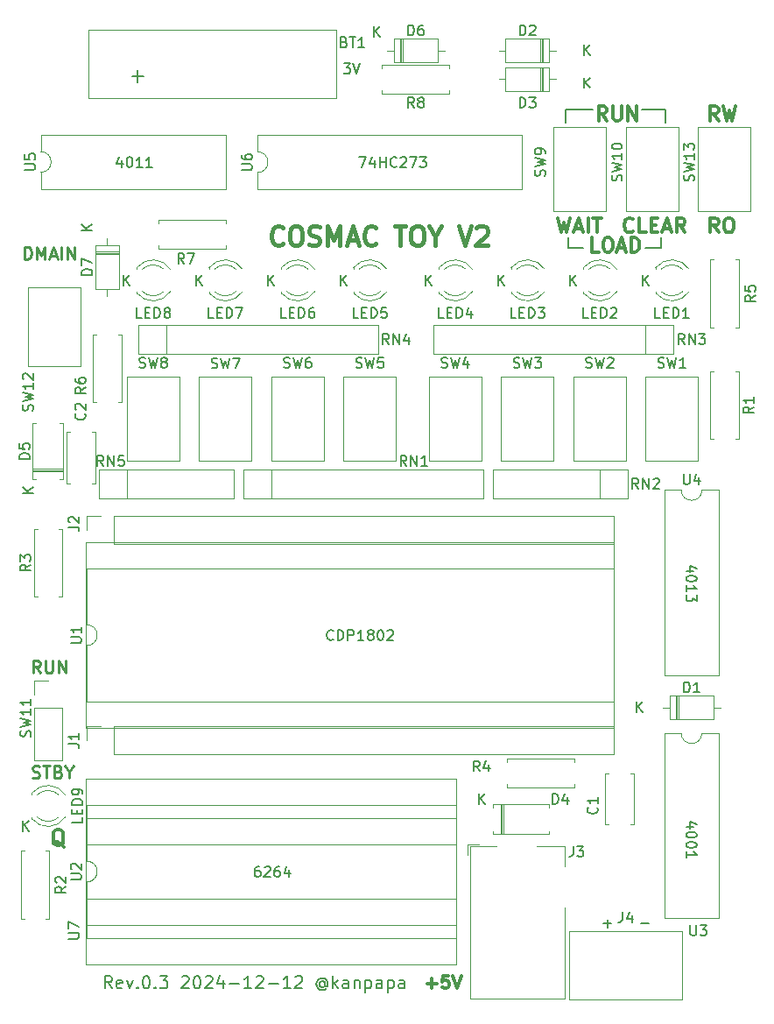
<source format=gto>
G04 #@! TF.GenerationSoftware,KiCad,Pcbnew,8.0.7-8.0.7-0~ubuntu22.04.1*
G04 #@! TF.CreationDate,2024-12-13T17:06:38+09:00*
G04 #@! TF.ProjectId,cosmac_toy_v2,636f736d-6163-45f7-946f-795f76322e6b,0.3*
G04 #@! TF.SameCoordinates,PX1d11680PY907ef78*
G04 #@! TF.FileFunction,Legend,Top*
G04 #@! TF.FilePolarity,Positive*
%FSLAX46Y46*%
G04 Gerber Fmt 4.6, Leading zero omitted, Abs format (unit mm)*
G04 Created by KiCad (PCBNEW 8.0.7-8.0.7-0~ubuntu22.04.1) date 2024-12-13 17:06:38*
%MOMM*%
%LPD*%
G01*
G04 APERTURE LIST*
%ADD10C,0.150000*%
%ADD11C,0.250000*%
%ADD12C,0.300000*%
%ADD13C,0.400000*%
%ADD14C,0.200000*%
%ADD15C,0.100000*%
%ADD16C,0.120000*%
G04 APERTURE END LIST*
D10*
X54960000Y73025000D02*
X53460000Y73025000D01*
X60960000Y73025000D02*
X62460000Y73025000D01*
X53245000Y86360000D02*
X53245000Y85090000D01*
X55880000Y86360000D02*
X53245000Y86360000D01*
X62460000Y73025000D02*
X62460000Y74025000D01*
X62865000Y86360000D02*
X62865000Y85090000D01*
X60595000Y86360000D02*
X62865000Y86360000D01*
X53460000Y73025000D02*
X53460000Y74025000D01*
D11*
X2405901Y31909858D02*
X2005901Y32481286D01*
X1720187Y31909858D02*
X1720187Y33109858D01*
X1720187Y33109858D02*
X2177330Y33109858D01*
X2177330Y33109858D02*
X2291615Y33052715D01*
X2291615Y33052715D02*
X2348758Y32995572D01*
X2348758Y32995572D02*
X2405901Y32881286D01*
X2405901Y32881286D02*
X2405901Y32709858D01*
X2405901Y32709858D02*
X2348758Y32595572D01*
X2348758Y32595572D02*
X2291615Y32538429D01*
X2291615Y32538429D02*
X2177330Y32481286D01*
X2177330Y32481286D02*
X1720187Y32481286D01*
X2920187Y33109858D02*
X2920187Y32138429D01*
X2920187Y32138429D02*
X2977330Y32024143D01*
X2977330Y32024143D02*
X3034473Y31967000D01*
X3034473Y31967000D02*
X3148758Y31909858D01*
X3148758Y31909858D02*
X3377330Y31909858D01*
X3377330Y31909858D02*
X3491615Y31967000D01*
X3491615Y31967000D02*
X3548758Y32024143D01*
X3548758Y32024143D02*
X3605901Y32138429D01*
X3605901Y32138429D02*
X3605901Y33109858D01*
X4177330Y31909858D02*
X4177330Y33109858D01*
X4177330Y33109858D02*
X4863044Y31909858D01*
X4863044Y31909858D02*
X4863044Y33109858D01*
D12*
X56442368Y72576934D02*
X55775701Y72576934D01*
X55775701Y72576934D02*
X55775701Y73976934D01*
X57175701Y73976934D02*
X57442367Y73976934D01*
X57442367Y73976934D02*
X57575701Y73910267D01*
X57575701Y73910267D02*
X57709034Y73776934D01*
X57709034Y73776934D02*
X57775701Y73510267D01*
X57775701Y73510267D02*
X57775701Y73043600D01*
X57775701Y73043600D02*
X57709034Y72776934D01*
X57709034Y72776934D02*
X57575701Y72643600D01*
X57575701Y72643600D02*
X57442367Y72576934D01*
X57442367Y72576934D02*
X57175701Y72576934D01*
X57175701Y72576934D02*
X57042367Y72643600D01*
X57042367Y72643600D02*
X56909034Y72776934D01*
X56909034Y72776934D02*
X56842367Y73043600D01*
X56842367Y73043600D02*
X56842367Y73510267D01*
X56842367Y73510267D02*
X56909034Y73776934D01*
X56909034Y73776934D02*
X57042367Y73910267D01*
X57042367Y73910267D02*
X57175701Y73976934D01*
X58309034Y72976934D02*
X58975701Y72976934D01*
X58175701Y72576934D02*
X58642368Y73976934D01*
X58642368Y73976934D02*
X59109034Y72576934D01*
X59575701Y72576934D02*
X59575701Y73976934D01*
X59575701Y73976934D02*
X59909034Y73976934D01*
X59909034Y73976934D02*
X60109034Y73910267D01*
X60109034Y73910267D02*
X60242368Y73776934D01*
X60242368Y73776934D02*
X60309034Y73643600D01*
X60309034Y73643600D02*
X60375701Y73376934D01*
X60375701Y73376934D02*
X60375701Y73176934D01*
X60375701Y73176934D02*
X60309034Y72910267D01*
X60309034Y72910267D02*
X60242368Y72776934D01*
X60242368Y72776934D02*
X60109034Y72643600D01*
X60109034Y72643600D02*
X59909034Y72576934D01*
X59909034Y72576934D02*
X59575701Y72576934D01*
D10*
X10290350Y81441848D02*
X10290350Y80775181D01*
X10052255Y81822800D02*
X9814160Y81108515D01*
X9814160Y81108515D02*
X10433207Y81108515D01*
X11004636Y81775181D02*
X11099874Y81775181D01*
X11099874Y81775181D02*
X11195112Y81727562D01*
X11195112Y81727562D02*
X11242731Y81679943D01*
X11242731Y81679943D02*
X11290350Y81584705D01*
X11290350Y81584705D02*
X11337969Y81394229D01*
X11337969Y81394229D02*
X11337969Y81156134D01*
X11337969Y81156134D02*
X11290350Y80965658D01*
X11290350Y80965658D02*
X11242731Y80870420D01*
X11242731Y80870420D02*
X11195112Y80822800D01*
X11195112Y80822800D02*
X11099874Y80775181D01*
X11099874Y80775181D02*
X11004636Y80775181D01*
X11004636Y80775181D02*
X10909398Y80822800D01*
X10909398Y80822800D02*
X10861779Y80870420D01*
X10861779Y80870420D02*
X10814160Y80965658D01*
X10814160Y80965658D02*
X10766541Y81156134D01*
X10766541Y81156134D02*
X10766541Y81394229D01*
X10766541Y81394229D02*
X10814160Y81584705D01*
X10814160Y81584705D02*
X10861779Y81679943D01*
X10861779Y81679943D02*
X10909398Y81727562D01*
X10909398Y81727562D02*
X11004636Y81775181D01*
X12290350Y80775181D02*
X11718922Y80775181D01*
X12004636Y80775181D02*
X12004636Y81775181D01*
X12004636Y81775181D02*
X11909398Y81632324D01*
X11909398Y81632324D02*
X11814160Y81537086D01*
X11814160Y81537086D02*
X11718922Y81489467D01*
X13242731Y80775181D02*
X12671303Y80775181D01*
X12957017Y80775181D02*
X12957017Y81775181D01*
X12957017Y81775181D02*
X12861779Y81632324D01*
X12861779Y81632324D02*
X12766541Y81537086D01*
X12766541Y81537086D02*
X12671303Y81489467D01*
D12*
X68005701Y74481934D02*
X67539034Y75148600D01*
X67205701Y74481934D02*
X67205701Y75881934D01*
X67205701Y75881934D02*
X67739034Y75881934D01*
X67739034Y75881934D02*
X67872368Y75815267D01*
X67872368Y75815267D02*
X67939034Y75748600D01*
X67939034Y75748600D02*
X68005701Y75615267D01*
X68005701Y75615267D02*
X68005701Y75415267D01*
X68005701Y75415267D02*
X67939034Y75281934D01*
X67939034Y75281934D02*
X67872368Y75215267D01*
X67872368Y75215267D02*
X67739034Y75148600D01*
X67739034Y75148600D02*
X67205701Y75148600D01*
X68872368Y75881934D02*
X69139034Y75881934D01*
X69139034Y75881934D02*
X69272368Y75815267D01*
X69272368Y75815267D02*
X69405701Y75681934D01*
X69405701Y75681934D02*
X69472368Y75415267D01*
X69472368Y75415267D02*
X69472368Y74948600D01*
X69472368Y74948600D02*
X69405701Y74681934D01*
X69405701Y74681934D02*
X69272368Y74548600D01*
X69272368Y74548600D02*
X69139034Y74481934D01*
X69139034Y74481934D02*
X68872368Y74481934D01*
X68872368Y74481934D02*
X68739034Y74548600D01*
X68739034Y74548600D02*
X68605701Y74681934D01*
X68605701Y74681934D02*
X68539034Y74948600D01*
X68539034Y74948600D02*
X68539034Y75415267D01*
X68539034Y75415267D02*
X68605701Y75681934D01*
X68605701Y75681934D02*
X68739034Y75815267D01*
X68739034Y75815267D02*
X68872368Y75881934D01*
D10*
X39706779Y69345181D02*
X39706779Y70345181D01*
X40278207Y69345181D02*
X39849636Y69916610D01*
X40278207Y70345181D02*
X39706779Y69773753D01*
D12*
X39853082Y1889600D02*
X40767368Y1889600D01*
X40310225Y1432458D02*
X40310225Y2346743D01*
X41910224Y2632458D02*
X41338796Y2632458D01*
X41338796Y2632458D02*
X41281653Y2061029D01*
X41281653Y2061029D02*
X41338796Y2118172D01*
X41338796Y2118172D02*
X41453082Y2175315D01*
X41453082Y2175315D02*
X41738796Y2175315D01*
X41738796Y2175315D02*
X41853082Y2118172D01*
X41853082Y2118172D02*
X41910224Y2061029D01*
X41910224Y2061029D02*
X41967367Y1946743D01*
X41967367Y1946743D02*
X41967367Y1661029D01*
X41967367Y1661029D02*
X41910224Y1546743D01*
X41910224Y1546743D02*
X41853082Y1489600D01*
X41853082Y1489600D02*
X41738796Y1432458D01*
X41738796Y1432458D02*
X41453082Y1432458D01*
X41453082Y1432458D02*
X41338796Y1489600D01*
X41338796Y1489600D02*
X41281653Y1546743D01*
X42310224Y2632458D02*
X42710224Y1432458D01*
X42710224Y1432458D02*
X43110224Y2632458D01*
D11*
X885187Y71914858D02*
X885187Y73114858D01*
X885187Y73114858D02*
X1170901Y73114858D01*
X1170901Y73114858D02*
X1342330Y73057715D01*
X1342330Y73057715D02*
X1456615Y72943429D01*
X1456615Y72943429D02*
X1513758Y72829143D01*
X1513758Y72829143D02*
X1570901Y72600572D01*
X1570901Y72600572D02*
X1570901Y72429143D01*
X1570901Y72429143D02*
X1513758Y72200572D01*
X1513758Y72200572D02*
X1456615Y72086286D01*
X1456615Y72086286D02*
X1342330Y71972000D01*
X1342330Y71972000D02*
X1170901Y71914858D01*
X1170901Y71914858D02*
X885187Y71914858D01*
X2085187Y71914858D02*
X2085187Y73114858D01*
X2085187Y73114858D02*
X2485187Y72257715D01*
X2485187Y72257715D02*
X2885187Y73114858D01*
X2885187Y73114858D02*
X2885187Y71914858D01*
X3399473Y72257715D02*
X3970902Y72257715D01*
X3285187Y71914858D02*
X3685187Y73114858D01*
X3685187Y73114858D02*
X4085187Y71914858D01*
X4485187Y71914858D02*
X4485187Y73114858D01*
X5056616Y71914858D02*
X5056616Y73114858D01*
X5056616Y73114858D02*
X5742330Y71914858D01*
X5742330Y71914858D02*
X5742330Y73114858D01*
D10*
X24466779Y69345181D02*
X24466779Y70345181D01*
X25038207Y69345181D02*
X24609636Y69916610D01*
X25038207Y70345181D02*
X24466779Y69773753D01*
D12*
X59750701Y74615267D02*
X59684034Y74548600D01*
X59684034Y74548600D02*
X59484034Y74481934D01*
X59484034Y74481934D02*
X59350701Y74481934D01*
X59350701Y74481934D02*
X59150701Y74548600D01*
X59150701Y74548600D02*
X59017368Y74681934D01*
X59017368Y74681934D02*
X58950701Y74815267D01*
X58950701Y74815267D02*
X58884034Y75081934D01*
X58884034Y75081934D02*
X58884034Y75281934D01*
X58884034Y75281934D02*
X58950701Y75548600D01*
X58950701Y75548600D02*
X59017368Y75681934D01*
X59017368Y75681934D02*
X59150701Y75815267D01*
X59150701Y75815267D02*
X59350701Y75881934D01*
X59350701Y75881934D02*
X59484034Y75881934D01*
X59484034Y75881934D02*
X59684034Y75815267D01*
X59684034Y75815267D02*
X59750701Y75748600D01*
X61017368Y74481934D02*
X60350701Y74481934D01*
X60350701Y74481934D02*
X60350701Y75881934D01*
X61484034Y75215267D02*
X61950701Y75215267D01*
X62150701Y74481934D02*
X61484034Y74481934D01*
X61484034Y74481934D02*
X61484034Y75881934D01*
X61484034Y75881934D02*
X62150701Y75881934D01*
X62684034Y74881934D02*
X63350701Y74881934D01*
X62550701Y74481934D02*
X63017368Y75881934D01*
X63017368Y75881934D02*
X63484034Y74481934D01*
X64750701Y74481934D02*
X64284034Y75148600D01*
X63950701Y74481934D02*
X63950701Y75881934D01*
X63950701Y75881934D02*
X64484034Y75881934D01*
X64484034Y75881934D02*
X64617368Y75815267D01*
X64617368Y75815267D02*
X64684034Y75748600D01*
X64684034Y75748600D02*
X64750701Y75615267D01*
X64750701Y75615267D02*
X64750701Y75415267D01*
X64750701Y75415267D02*
X64684034Y75281934D01*
X64684034Y75281934D02*
X64617368Y75215267D01*
X64617368Y75215267D02*
X64484034Y75148600D01*
X64484034Y75148600D02*
X63950701Y75148600D01*
D10*
X31771541Y90830181D02*
X32390588Y90830181D01*
X32390588Y90830181D02*
X32057255Y90449229D01*
X32057255Y90449229D02*
X32200112Y90449229D01*
X32200112Y90449229D02*
X32295350Y90401610D01*
X32295350Y90401610D02*
X32342969Y90353991D01*
X32342969Y90353991D02*
X32390588Y90258753D01*
X32390588Y90258753D02*
X32390588Y90020658D01*
X32390588Y90020658D02*
X32342969Y89925420D01*
X32342969Y89925420D02*
X32295350Y89877800D01*
X32295350Y89877800D02*
X32200112Y89830181D01*
X32200112Y89830181D02*
X31914398Y89830181D01*
X31914398Y89830181D02*
X31819160Y89877800D01*
X31819160Y89877800D02*
X31771541Y89925420D01*
X32676303Y90830181D02*
X33009636Y89830181D01*
X33009636Y89830181D02*
X33342969Y90830181D01*
X60661779Y69345181D02*
X60661779Y70345181D01*
X61233207Y69345181D02*
X60804636Y69916610D01*
X61233207Y70345181D02*
X60661779Y69773753D01*
D12*
X52467368Y75881934D02*
X52800701Y74481934D01*
X52800701Y74481934D02*
X53067368Y75481934D01*
X53067368Y75481934D02*
X53334034Y74481934D01*
X53334034Y74481934D02*
X53667368Y75881934D01*
X54134034Y74881934D02*
X54800701Y74881934D01*
X54000701Y74481934D02*
X54467368Y75881934D01*
X54467368Y75881934D02*
X54934034Y74481934D01*
X55400701Y74481934D02*
X55400701Y75881934D01*
X55867368Y75881934D02*
X56667368Y75881934D01*
X56267368Y74481934D02*
X56267368Y75881934D01*
D10*
X771779Y16640181D02*
X771779Y17640181D01*
X1343207Y16640181D02*
X914636Y17211610D01*
X1343207Y17640181D02*
X771779Y17068753D01*
D11*
X1663044Y21807000D02*
X1834473Y21749858D01*
X1834473Y21749858D02*
X2120187Y21749858D01*
X2120187Y21749858D02*
X2234473Y21807000D01*
X2234473Y21807000D02*
X2291615Y21864143D01*
X2291615Y21864143D02*
X2348758Y21978429D01*
X2348758Y21978429D02*
X2348758Y22092715D01*
X2348758Y22092715D02*
X2291615Y22207000D01*
X2291615Y22207000D02*
X2234473Y22264143D01*
X2234473Y22264143D02*
X2120187Y22321286D01*
X2120187Y22321286D02*
X1891615Y22378429D01*
X1891615Y22378429D02*
X1777330Y22435572D01*
X1777330Y22435572D02*
X1720187Y22492715D01*
X1720187Y22492715D02*
X1663044Y22607000D01*
X1663044Y22607000D02*
X1663044Y22721286D01*
X1663044Y22721286D02*
X1720187Y22835572D01*
X1720187Y22835572D02*
X1777330Y22892715D01*
X1777330Y22892715D02*
X1891615Y22949858D01*
X1891615Y22949858D02*
X2177330Y22949858D01*
X2177330Y22949858D02*
X2348758Y22892715D01*
X2691615Y22949858D02*
X3377330Y22949858D01*
X3034472Y21749858D02*
X3034472Y22949858D01*
X4177330Y22378429D02*
X4348758Y22321286D01*
X4348758Y22321286D02*
X4405901Y22264143D01*
X4405901Y22264143D02*
X4463044Y22149858D01*
X4463044Y22149858D02*
X4463044Y21978429D01*
X4463044Y21978429D02*
X4405901Y21864143D01*
X4405901Y21864143D02*
X4348758Y21807000D01*
X4348758Y21807000D02*
X4234473Y21749858D01*
X4234473Y21749858D02*
X3777330Y21749858D01*
X3777330Y21749858D02*
X3777330Y22949858D01*
X3777330Y22949858D02*
X4177330Y22949858D01*
X4177330Y22949858D02*
X4291616Y22892715D01*
X4291616Y22892715D02*
X4348758Y22835572D01*
X4348758Y22835572D02*
X4405901Y22721286D01*
X4405901Y22721286D02*
X4405901Y22607000D01*
X4405901Y22607000D02*
X4348758Y22492715D01*
X4348758Y22492715D02*
X4291616Y22435572D01*
X4291616Y22435572D02*
X4177330Y22378429D01*
X4177330Y22378429D02*
X3777330Y22378429D01*
X5205901Y22321286D02*
X5205901Y21749858D01*
X4805901Y22949858D02*
X5205901Y22321286D01*
X5205901Y22321286D02*
X5605901Y22949858D01*
D10*
X46691779Y69345181D02*
X46691779Y70345181D01*
X47263207Y69345181D02*
X46834636Y69916610D01*
X47263207Y70345181D02*
X46691779Y69773753D01*
D12*
X4729510Y15096315D02*
X4586653Y15167743D01*
X4586653Y15167743D02*
X4443796Y15310600D01*
X4443796Y15310600D02*
X4229510Y15524886D01*
X4229510Y15524886D02*
X4086653Y15596315D01*
X4086653Y15596315D02*
X3943796Y15596315D01*
X4015225Y15239172D02*
X3872368Y15310600D01*
X3872368Y15310600D02*
X3729510Y15453458D01*
X3729510Y15453458D02*
X3658082Y15739172D01*
X3658082Y15739172D02*
X3658082Y16239172D01*
X3658082Y16239172D02*
X3729510Y16524886D01*
X3729510Y16524886D02*
X3872368Y16667743D01*
X3872368Y16667743D02*
X4015225Y16739172D01*
X4015225Y16739172D02*
X4300939Y16739172D01*
X4300939Y16739172D02*
X4443796Y16667743D01*
X4443796Y16667743D02*
X4586653Y16524886D01*
X4586653Y16524886D02*
X4658082Y16239172D01*
X4658082Y16239172D02*
X4658082Y15739172D01*
X4658082Y15739172D02*
X4586653Y15453458D01*
X4586653Y15453458D02*
X4443796Y15310600D01*
X4443796Y15310600D02*
X4300939Y15239172D01*
X4300939Y15239172D02*
X4015225Y15239172D01*
D10*
X23625350Y13195181D02*
X23434874Y13195181D01*
X23434874Y13195181D02*
X23339636Y13147562D01*
X23339636Y13147562D02*
X23292017Y13099943D01*
X23292017Y13099943D02*
X23196779Y12957086D01*
X23196779Y12957086D02*
X23149160Y12766610D01*
X23149160Y12766610D02*
X23149160Y12385658D01*
X23149160Y12385658D02*
X23196779Y12290420D01*
X23196779Y12290420D02*
X23244398Y12242800D01*
X23244398Y12242800D02*
X23339636Y12195181D01*
X23339636Y12195181D02*
X23530112Y12195181D01*
X23530112Y12195181D02*
X23625350Y12242800D01*
X23625350Y12242800D02*
X23672969Y12290420D01*
X23672969Y12290420D02*
X23720588Y12385658D01*
X23720588Y12385658D02*
X23720588Y12623753D01*
X23720588Y12623753D02*
X23672969Y12718991D01*
X23672969Y12718991D02*
X23625350Y12766610D01*
X23625350Y12766610D02*
X23530112Y12814229D01*
X23530112Y12814229D02*
X23339636Y12814229D01*
X23339636Y12814229D02*
X23244398Y12766610D01*
X23244398Y12766610D02*
X23196779Y12718991D01*
X23196779Y12718991D02*
X23149160Y12623753D01*
X24101541Y13099943D02*
X24149160Y13147562D01*
X24149160Y13147562D02*
X24244398Y13195181D01*
X24244398Y13195181D02*
X24482493Y13195181D01*
X24482493Y13195181D02*
X24577731Y13147562D01*
X24577731Y13147562D02*
X24625350Y13099943D01*
X24625350Y13099943D02*
X24672969Y13004705D01*
X24672969Y13004705D02*
X24672969Y12909467D01*
X24672969Y12909467D02*
X24625350Y12766610D01*
X24625350Y12766610D02*
X24053922Y12195181D01*
X24053922Y12195181D02*
X24672969Y12195181D01*
X25530112Y13195181D02*
X25339636Y13195181D01*
X25339636Y13195181D02*
X25244398Y13147562D01*
X25244398Y13147562D02*
X25196779Y13099943D01*
X25196779Y13099943D02*
X25101541Y12957086D01*
X25101541Y12957086D02*
X25053922Y12766610D01*
X25053922Y12766610D02*
X25053922Y12385658D01*
X25053922Y12385658D02*
X25101541Y12290420D01*
X25101541Y12290420D02*
X25149160Y12242800D01*
X25149160Y12242800D02*
X25244398Y12195181D01*
X25244398Y12195181D02*
X25434874Y12195181D01*
X25434874Y12195181D02*
X25530112Y12242800D01*
X25530112Y12242800D02*
X25577731Y12290420D01*
X25577731Y12290420D02*
X25625350Y12385658D01*
X25625350Y12385658D02*
X25625350Y12623753D01*
X25625350Y12623753D02*
X25577731Y12718991D01*
X25577731Y12718991D02*
X25530112Y12766610D01*
X25530112Y12766610D02*
X25434874Y12814229D01*
X25434874Y12814229D02*
X25244398Y12814229D01*
X25244398Y12814229D02*
X25149160Y12766610D01*
X25149160Y12766610D02*
X25101541Y12718991D01*
X25101541Y12718991D02*
X25053922Y12623753D01*
X26482493Y12861848D02*
X26482493Y12195181D01*
X26244398Y13242800D02*
X26006303Y12528515D01*
X26006303Y12528515D02*
X26625350Y12528515D01*
X33261541Y81775181D02*
X33928207Y81775181D01*
X33928207Y81775181D02*
X33499636Y80775181D01*
X34737731Y81441848D02*
X34737731Y80775181D01*
X34499636Y81822800D02*
X34261541Y81108515D01*
X34261541Y81108515D02*
X34880588Y81108515D01*
X35261541Y80775181D02*
X35261541Y81775181D01*
X35261541Y81298991D02*
X35832969Y81298991D01*
X35832969Y80775181D02*
X35832969Y81775181D01*
X36880588Y80870420D02*
X36832969Y80822800D01*
X36832969Y80822800D02*
X36690112Y80775181D01*
X36690112Y80775181D02*
X36594874Y80775181D01*
X36594874Y80775181D02*
X36452017Y80822800D01*
X36452017Y80822800D02*
X36356779Y80918039D01*
X36356779Y80918039D02*
X36309160Y81013277D01*
X36309160Y81013277D02*
X36261541Y81203753D01*
X36261541Y81203753D02*
X36261541Y81346610D01*
X36261541Y81346610D02*
X36309160Y81537086D01*
X36309160Y81537086D02*
X36356779Y81632324D01*
X36356779Y81632324D02*
X36452017Y81727562D01*
X36452017Y81727562D02*
X36594874Y81775181D01*
X36594874Y81775181D02*
X36690112Y81775181D01*
X36690112Y81775181D02*
X36832969Y81727562D01*
X36832969Y81727562D02*
X36880588Y81679943D01*
X37261541Y81679943D02*
X37309160Y81727562D01*
X37309160Y81727562D02*
X37404398Y81775181D01*
X37404398Y81775181D02*
X37642493Y81775181D01*
X37642493Y81775181D02*
X37737731Y81727562D01*
X37737731Y81727562D02*
X37785350Y81679943D01*
X37785350Y81679943D02*
X37832969Y81584705D01*
X37832969Y81584705D02*
X37832969Y81489467D01*
X37832969Y81489467D02*
X37785350Y81346610D01*
X37785350Y81346610D02*
X37213922Y80775181D01*
X37213922Y80775181D02*
X37832969Y80775181D01*
X38166303Y81775181D02*
X38832969Y81775181D01*
X38832969Y81775181D02*
X38404398Y80775181D01*
X39118684Y81775181D02*
X39737731Y81775181D01*
X39737731Y81775181D02*
X39404398Y81394229D01*
X39404398Y81394229D02*
X39547255Y81394229D01*
X39547255Y81394229D02*
X39642493Y81346610D01*
X39642493Y81346610D02*
X39690112Y81298991D01*
X39690112Y81298991D02*
X39737731Y81203753D01*
X39737731Y81203753D02*
X39737731Y80965658D01*
X39737731Y80965658D02*
X39690112Y80870420D01*
X39690112Y80870420D02*
X39642493Y80822800D01*
X39642493Y80822800D02*
X39547255Y80775181D01*
X39547255Y80775181D02*
X39261541Y80775181D01*
X39261541Y80775181D02*
X39166303Y80822800D01*
X39166303Y80822800D02*
X39118684Y80870420D01*
X65566847Y41779650D02*
X64900180Y41779650D01*
X65947800Y42017745D02*
X65233514Y42255840D01*
X65233514Y42255840D02*
X65233514Y41636793D01*
X65900180Y41065364D02*
X65900180Y40970126D01*
X65900180Y40970126D02*
X65852561Y40874888D01*
X65852561Y40874888D02*
X65804942Y40827269D01*
X65804942Y40827269D02*
X65709704Y40779650D01*
X65709704Y40779650D02*
X65519228Y40732031D01*
X65519228Y40732031D02*
X65281133Y40732031D01*
X65281133Y40732031D02*
X65090657Y40779650D01*
X65090657Y40779650D02*
X64995419Y40827269D01*
X64995419Y40827269D02*
X64947800Y40874888D01*
X64947800Y40874888D02*
X64900180Y40970126D01*
X64900180Y40970126D02*
X64900180Y41065364D01*
X64900180Y41065364D02*
X64947800Y41160602D01*
X64947800Y41160602D02*
X64995419Y41208221D01*
X64995419Y41208221D02*
X65090657Y41255840D01*
X65090657Y41255840D02*
X65281133Y41303459D01*
X65281133Y41303459D02*
X65519228Y41303459D01*
X65519228Y41303459D02*
X65709704Y41255840D01*
X65709704Y41255840D02*
X65804942Y41208221D01*
X65804942Y41208221D02*
X65852561Y41160602D01*
X65852561Y41160602D02*
X65900180Y41065364D01*
X64900180Y39779650D02*
X64900180Y40351078D01*
X64900180Y40065364D02*
X65900180Y40065364D01*
X65900180Y40065364D02*
X65757323Y40160602D01*
X65757323Y40160602D02*
X65662085Y40255840D01*
X65662085Y40255840D02*
X65614466Y40351078D01*
X65900180Y39446316D02*
X65900180Y38827269D01*
X65900180Y38827269D02*
X65519228Y39160602D01*
X65519228Y39160602D02*
X65519228Y39017745D01*
X65519228Y39017745D02*
X65471609Y38922507D01*
X65471609Y38922507D02*
X65423990Y38874888D01*
X65423990Y38874888D02*
X65328752Y38827269D01*
X65328752Y38827269D02*
X65090657Y38827269D01*
X65090657Y38827269D02*
X64995419Y38874888D01*
X64995419Y38874888D02*
X64947800Y38922507D01*
X64947800Y38922507D02*
X64900180Y39017745D01*
X64900180Y39017745D02*
X64900180Y39303459D01*
X64900180Y39303459D02*
X64947800Y39398697D01*
X64947800Y39398697D02*
X64995419Y39446316D01*
X30753207Y35150420D02*
X30705588Y35102800D01*
X30705588Y35102800D02*
X30562731Y35055181D01*
X30562731Y35055181D02*
X30467493Y35055181D01*
X30467493Y35055181D02*
X30324636Y35102800D01*
X30324636Y35102800D02*
X30229398Y35198039D01*
X30229398Y35198039D02*
X30181779Y35293277D01*
X30181779Y35293277D02*
X30134160Y35483753D01*
X30134160Y35483753D02*
X30134160Y35626610D01*
X30134160Y35626610D02*
X30181779Y35817086D01*
X30181779Y35817086D02*
X30229398Y35912324D01*
X30229398Y35912324D02*
X30324636Y36007562D01*
X30324636Y36007562D02*
X30467493Y36055181D01*
X30467493Y36055181D02*
X30562731Y36055181D01*
X30562731Y36055181D02*
X30705588Y36007562D01*
X30705588Y36007562D02*
X30753207Y35959943D01*
X31181779Y35055181D02*
X31181779Y36055181D01*
X31181779Y36055181D02*
X31419874Y36055181D01*
X31419874Y36055181D02*
X31562731Y36007562D01*
X31562731Y36007562D02*
X31657969Y35912324D01*
X31657969Y35912324D02*
X31705588Y35817086D01*
X31705588Y35817086D02*
X31753207Y35626610D01*
X31753207Y35626610D02*
X31753207Y35483753D01*
X31753207Y35483753D02*
X31705588Y35293277D01*
X31705588Y35293277D02*
X31657969Y35198039D01*
X31657969Y35198039D02*
X31562731Y35102800D01*
X31562731Y35102800D02*
X31419874Y35055181D01*
X31419874Y35055181D02*
X31181779Y35055181D01*
X32181779Y35055181D02*
X32181779Y36055181D01*
X32181779Y36055181D02*
X32562731Y36055181D01*
X32562731Y36055181D02*
X32657969Y36007562D01*
X32657969Y36007562D02*
X32705588Y35959943D01*
X32705588Y35959943D02*
X32753207Y35864705D01*
X32753207Y35864705D02*
X32753207Y35721848D01*
X32753207Y35721848D02*
X32705588Y35626610D01*
X32705588Y35626610D02*
X32657969Y35578991D01*
X32657969Y35578991D02*
X32562731Y35531372D01*
X32562731Y35531372D02*
X32181779Y35531372D01*
X33705588Y35055181D02*
X33134160Y35055181D01*
X33419874Y35055181D02*
X33419874Y36055181D01*
X33419874Y36055181D02*
X33324636Y35912324D01*
X33324636Y35912324D02*
X33229398Y35817086D01*
X33229398Y35817086D02*
X33134160Y35769467D01*
X34277017Y35626610D02*
X34181779Y35674229D01*
X34181779Y35674229D02*
X34134160Y35721848D01*
X34134160Y35721848D02*
X34086541Y35817086D01*
X34086541Y35817086D02*
X34086541Y35864705D01*
X34086541Y35864705D02*
X34134160Y35959943D01*
X34134160Y35959943D02*
X34181779Y36007562D01*
X34181779Y36007562D02*
X34277017Y36055181D01*
X34277017Y36055181D02*
X34467493Y36055181D01*
X34467493Y36055181D02*
X34562731Y36007562D01*
X34562731Y36007562D02*
X34610350Y35959943D01*
X34610350Y35959943D02*
X34657969Y35864705D01*
X34657969Y35864705D02*
X34657969Y35817086D01*
X34657969Y35817086D02*
X34610350Y35721848D01*
X34610350Y35721848D02*
X34562731Y35674229D01*
X34562731Y35674229D02*
X34467493Y35626610D01*
X34467493Y35626610D02*
X34277017Y35626610D01*
X34277017Y35626610D02*
X34181779Y35578991D01*
X34181779Y35578991D02*
X34134160Y35531372D01*
X34134160Y35531372D02*
X34086541Y35436134D01*
X34086541Y35436134D02*
X34086541Y35245658D01*
X34086541Y35245658D02*
X34134160Y35150420D01*
X34134160Y35150420D02*
X34181779Y35102800D01*
X34181779Y35102800D02*
X34277017Y35055181D01*
X34277017Y35055181D02*
X34467493Y35055181D01*
X34467493Y35055181D02*
X34562731Y35102800D01*
X34562731Y35102800D02*
X34610350Y35150420D01*
X34610350Y35150420D02*
X34657969Y35245658D01*
X34657969Y35245658D02*
X34657969Y35436134D01*
X34657969Y35436134D02*
X34610350Y35531372D01*
X34610350Y35531372D02*
X34562731Y35578991D01*
X34562731Y35578991D02*
X34467493Y35626610D01*
X35277017Y36055181D02*
X35372255Y36055181D01*
X35372255Y36055181D02*
X35467493Y36007562D01*
X35467493Y36007562D02*
X35515112Y35959943D01*
X35515112Y35959943D02*
X35562731Y35864705D01*
X35562731Y35864705D02*
X35610350Y35674229D01*
X35610350Y35674229D02*
X35610350Y35436134D01*
X35610350Y35436134D02*
X35562731Y35245658D01*
X35562731Y35245658D02*
X35515112Y35150420D01*
X35515112Y35150420D02*
X35467493Y35102800D01*
X35467493Y35102800D02*
X35372255Y35055181D01*
X35372255Y35055181D02*
X35277017Y35055181D01*
X35277017Y35055181D02*
X35181779Y35102800D01*
X35181779Y35102800D02*
X35134160Y35150420D01*
X35134160Y35150420D02*
X35086541Y35245658D01*
X35086541Y35245658D02*
X35038922Y35436134D01*
X35038922Y35436134D02*
X35038922Y35674229D01*
X35038922Y35674229D02*
X35086541Y35864705D01*
X35086541Y35864705D02*
X35134160Y35959943D01*
X35134160Y35959943D02*
X35181779Y36007562D01*
X35181779Y36007562D02*
X35277017Y36055181D01*
X35991303Y35959943D02*
X36038922Y36007562D01*
X36038922Y36007562D02*
X36134160Y36055181D01*
X36134160Y36055181D02*
X36372255Y36055181D01*
X36372255Y36055181D02*
X36467493Y36007562D01*
X36467493Y36007562D02*
X36515112Y35959943D01*
X36515112Y35959943D02*
X36562731Y35864705D01*
X36562731Y35864705D02*
X36562731Y35769467D01*
X36562731Y35769467D02*
X36515112Y35626610D01*
X36515112Y35626610D02*
X35943684Y35055181D01*
X35943684Y35055181D02*
X36562731Y35055181D01*
D13*
X25850299Y73437515D02*
X25764585Y73351800D01*
X25764585Y73351800D02*
X25507442Y73266086D01*
X25507442Y73266086D02*
X25336014Y73266086D01*
X25336014Y73266086D02*
X25078871Y73351800D01*
X25078871Y73351800D02*
X24907442Y73523229D01*
X24907442Y73523229D02*
X24821728Y73694658D01*
X24821728Y73694658D02*
X24736014Y74037515D01*
X24736014Y74037515D02*
X24736014Y74294658D01*
X24736014Y74294658D02*
X24821728Y74637515D01*
X24821728Y74637515D02*
X24907442Y74808943D01*
X24907442Y74808943D02*
X25078871Y74980372D01*
X25078871Y74980372D02*
X25336014Y75066086D01*
X25336014Y75066086D02*
X25507442Y75066086D01*
X25507442Y75066086D02*
X25764585Y74980372D01*
X25764585Y74980372D02*
X25850299Y74894658D01*
X26964585Y75066086D02*
X27307442Y75066086D01*
X27307442Y75066086D02*
X27478871Y74980372D01*
X27478871Y74980372D02*
X27650299Y74808943D01*
X27650299Y74808943D02*
X27736014Y74466086D01*
X27736014Y74466086D02*
X27736014Y73866086D01*
X27736014Y73866086D02*
X27650299Y73523229D01*
X27650299Y73523229D02*
X27478871Y73351800D01*
X27478871Y73351800D02*
X27307442Y73266086D01*
X27307442Y73266086D02*
X26964585Y73266086D01*
X26964585Y73266086D02*
X26793157Y73351800D01*
X26793157Y73351800D02*
X26621728Y73523229D01*
X26621728Y73523229D02*
X26536014Y73866086D01*
X26536014Y73866086D02*
X26536014Y74466086D01*
X26536014Y74466086D02*
X26621728Y74808943D01*
X26621728Y74808943D02*
X26793157Y74980372D01*
X26793157Y74980372D02*
X26964585Y75066086D01*
X28421728Y73351800D02*
X28678871Y73266086D01*
X28678871Y73266086D02*
X29107442Y73266086D01*
X29107442Y73266086D02*
X29278871Y73351800D01*
X29278871Y73351800D02*
X29364585Y73437515D01*
X29364585Y73437515D02*
X29450299Y73608943D01*
X29450299Y73608943D02*
X29450299Y73780372D01*
X29450299Y73780372D02*
X29364585Y73951800D01*
X29364585Y73951800D02*
X29278871Y74037515D01*
X29278871Y74037515D02*
X29107442Y74123229D01*
X29107442Y74123229D02*
X28764585Y74208943D01*
X28764585Y74208943D02*
X28593156Y74294658D01*
X28593156Y74294658D02*
X28507442Y74380372D01*
X28507442Y74380372D02*
X28421728Y74551800D01*
X28421728Y74551800D02*
X28421728Y74723229D01*
X28421728Y74723229D02*
X28507442Y74894658D01*
X28507442Y74894658D02*
X28593156Y74980372D01*
X28593156Y74980372D02*
X28764585Y75066086D01*
X28764585Y75066086D02*
X29193156Y75066086D01*
X29193156Y75066086D02*
X29450299Y74980372D01*
X30221728Y73266086D02*
X30221728Y75066086D01*
X30221728Y75066086D02*
X30821728Y73780372D01*
X30821728Y73780372D02*
X31421728Y75066086D01*
X31421728Y75066086D02*
X31421728Y73266086D01*
X32193157Y73780372D02*
X33050300Y73780372D01*
X32021728Y73266086D02*
X32621728Y75066086D01*
X32621728Y75066086D02*
X33221728Y73266086D01*
X34850299Y73437515D02*
X34764585Y73351800D01*
X34764585Y73351800D02*
X34507442Y73266086D01*
X34507442Y73266086D02*
X34336014Y73266086D01*
X34336014Y73266086D02*
X34078871Y73351800D01*
X34078871Y73351800D02*
X33907442Y73523229D01*
X33907442Y73523229D02*
X33821728Y73694658D01*
X33821728Y73694658D02*
X33736014Y74037515D01*
X33736014Y74037515D02*
X33736014Y74294658D01*
X33736014Y74294658D02*
X33821728Y74637515D01*
X33821728Y74637515D02*
X33907442Y74808943D01*
X33907442Y74808943D02*
X34078871Y74980372D01*
X34078871Y74980372D02*
X34336014Y75066086D01*
X34336014Y75066086D02*
X34507442Y75066086D01*
X34507442Y75066086D02*
X34764585Y74980372D01*
X34764585Y74980372D02*
X34850299Y74894658D01*
X36736014Y75066086D02*
X37764586Y75066086D01*
X37250300Y73266086D02*
X37250300Y75066086D01*
X38707443Y75066086D02*
X39050300Y75066086D01*
X39050300Y75066086D02*
X39221729Y74980372D01*
X39221729Y74980372D02*
X39393157Y74808943D01*
X39393157Y74808943D02*
X39478872Y74466086D01*
X39478872Y74466086D02*
X39478872Y73866086D01*
X39478872Y73866086D02*
X39393157Y73523229D01*
X39393157Y73523229D02*
X39221729Y73351800D01*
X39221729Y73351800D02*
X39050300Y73266086D01*
X39050300Y73266086D02*
X38707443Y73266086D01*
X38707443Y73266086D02*
X38536015Y73351800D01*
X38536015Y73351800D02*
X38364586Y73523229D01*
X38364586Y73523229D02*
X38278872Y73866086D01*
X38278872Y73866086D02*
X38278872Y74466086D01*
X38278872Y74466086D02*
X38364586Y74808943D01*
X38364586Y74808943D02*
X38536015Y74980372D01*
X38536015Y74980372D02*
X38707443Y75066086D01*
X40593157Y74123229D02*
X40593157Y73266086D01*
X39993157Y75066086D02*
X40593157Y74123229D01*
X40593157Y74123229D02*
X41193157Y75066086D01*
X42907443Y75066086D02*
X43507443Y73266086D01*
X43507443Y73266086D02*
X44107443Y75066086D01*
X44621729Y74894658D02*
X44707443Y74980372D01*
X44707443Y74980372D02*
X44878872Y75066086D01*
X44878872Y75066086D02*
X45307443Y75066086D01*
X45307443Y75066086D02*
X45478872Y74980372D01*
X45478872Y74980372D02*
X45564586Y74894658D01*
X45564586Y74894658D02*
X45650300Y74723229D01*
X45650300Y74723229D02*
X45650300Y74551800D01*
X45650300Y74551800D02*
X45564586Y74294658D01*
X45564586Y74294658D02*
X44536014Y73266086D01*
X44536014Y73266086D02*
X45650300Y73266086D01*
D10*
X53676779Y69345181D02*
X53676779Y70345181D01*
X54248207Y69345181D02*
X53819636Y69916610D01*
X54248207Y70345181D02*
X53676779Y69773753D01*
X10496779Y69345181D02*
X10496779Y70345181D01*
X11068207Y69345181D02*
X10639636Y69916610D01*
X11068207Y70345181D02*
X10496779Y69773753D01*
X31451779Y69345181D02*
X31451779Y70345181D01*
X32023207Y69345181D02*
X31594636Y69916610D01*
X32023207Y70345181D02*
X31451779Y69773753D01*
X65566847Y17014650D02*
X64900180Y17014650D01*
X65947800Y17252745D02*
X65233514Y17490840D01*
X65233514Y17490840D02*
X65233514Y16871793D01*
X65900180Y16300364D02*
X65900180Y16205126D01*
X65900180Y16205126D02*
X65852561Y16109888D01*
X65852561Y16109888D02*
X65804942Y16062269D01*
X65804942Y16062269D02*
X65709704Y16014650D01*
X65709704Y16014650D02*
X65519228Y15967031D01*
X65519228Y15967031D02*
X65281133Y15967031D01*
X65281133Y15967031D02*
X65090657Y16014650D01*
X65090657Y16014650D02*
X64995419Y16062269D01*
X64995419Y16062269D02*
X64947800Y16109888D01*
X64947800Y16109888D02*
X64900180Y16205126D01*
X64900180Y16205126D02*
X64900180Y16300364D01*
X64900180Y16300364D02*
X64947800Y16395602D01*
X64947800Y16395602D02*
X64995419Y16443221D01*
X64995419Y16443221D02*
X65090657Y16490840D01*
X65090657Y16490840D02*
X65281133Y16538459D01*
X65281133Y16538459D02*
X65519228Y16538459D01*
X65519228Y16538459D02*
X65709704Y16490840D01*
X65709704Y16490840D02*
X65804942Y16443221D01*
X65804942Y16443221D02*
X65852561Y16395602D01*
X65852561Y16395602D02*
X65900180Y16300364D01*
X65900180Y15347983D02*
X65900180Y15252745D01*
X65900180Y15252745D02*
X65852561Y15157507D01*
X65852561Y15157507D02*
X65804942Y15109888D01*
X65804942Y15109888D02*
X65709704Y15062269D01*
X65709704Y15062269D02*
X65519228Y15014650D01*
X65519228Y15014650D02*
X65281133Y15014650D01*
X65281133Y15014650D02*
X65090657Y15062269D01*
X65090657Y15062269D02*
X64995419Y15109888D01*
X64995419Y15109888D02*
X64947800Y15157507D01*
X64947800Y15157507D02*
X64900180Y15252745D01*
X64900180Y15252745D02*
X64900180Y15347983D01*
X64900180Y15347983D02*
X64947800Y15443221D01*
X64947800Y15443221D02*
X64995419Y15490840D01*
X64995419Y15490840D02*
X65090657Y15538459D01*
X65090657Y15538459D02*
X65281133Y15586078D01*
X65281133Y15586078D02*
X65519228Y15586078D01*
X65519228Y15586078D02*
X65709704Y15538459D01*
X65709704Y15538459D02*
X65804942Y15490840D01*
X65804942Y15490840D02*
X65852561Y15443221D01*
X65852561Y15443221D02*
X65900180Y15347983D01*
X64900180Y14062269D02*
X64900180Y14633697D01*
X64900180Y14347983D02*
X65900180Y14347983D01*
X65900180Y14347983D02*
X65757323Y14443221D01*
X65757323Y14443221D02*
X65662085Y14538459D01*
X65662085Y14538459D02*
X65614466Y14633697D01*
X17481779Y69345181D02*
X17481779Y70345181D01*
X18053207Y69345181D02*
X17624636Y69916610D01*
X18053207Y70345181D02*
X17481779Y69773753D01*
D12*
X68005701Y85276934D02*
X67539034Y85943600D01*
X67205701Y85276934D02*
X67205701Y86676934D01*
X67205701Y86676934D02*
X67739034Y86676934D01*
X67739034Y86676934D02*
X67872368Y86610267D01*
X67872368Y86610267D02*
X67939034Y86543600D01*
X67939034Y86543600D02*
X68005701Y86410267D01*
X68005701Y86410267D02*
X68005701Y86210267D01*
X68005701Y86210267D02*
X67939034Y86076934D01*
X67939034Y86076934D02*
X67872368Y86010267D01*
X67872368Y86010267D02*
X67739034Y85943600D01*
X67739034Y85943600D02*
X67205701Y85943600D01*
X68472368Y86676934D02*
X68805701Y85276934D01*
X68805701Y85276934D02*
X69072368Y86276934D01*
X69072368Y86276934D02*
X69339034Y85276934D01*
X69339034Y85276934D02*
X69672368Y86676934D01*
X57210701Y85276934D02*
X56744034Y85943600D01*
X56410701Y85276934D02*
X56410701Y86676934D01*
X56410701Y86676934D02*
X56944034Y86676934D01*
X56944034Y86676934D02*
X57077368Y86610267D01*
X57077368Y86610267D02*
X57144034Y86543600D01*
X57144034Y86543600D02*
X57210701Y86410267D01*
X57210701Y86410267D02*
X57210701Y86210267D01*
X57210701Y86210267D02*
X57144034Y86076934D01*
X57144034Y86076934D02*
X57077368Y86010267D01*
X57077368Y86010267D02*
X56944034Y85943600D01*
X56944034Y85943600D02*
X56410701Y85943600D01*
X57810701Y86676934D02*
X57810701Y85543600D01*
X57810701Y85543600D02*
X57877368Y85410267D01*
X57877368Y85410267D02*
X57944034Y85343600D01*
X57944034Y85343600D02*
X58077368Y85276934D01*
X58077368Y85276934D02*
X58344034Y85276934D01*
X58344034Y85276934D02*
X58477368Y85343600D01*
X58477368Y85343600D02*
X58544034Y85410267D01*
X58544034Y85410267D02*
X58610701Y85543600D01*
X58610701Y85543600D02*
X58610701Y86676934D01*
X59277368Y85276934D02*
X59277368Y86676934D01*
X59277368Y86676934D02*
X60077368Y85276934D01*
X60077368Y85276934D02*
X60077368Y86676934D01*
D14*
X9358006Y1427258D02*
X8958006Y1998686D01*
X8672292Y1427258D02*
X8672292Y2627258D01*
X8672292Y2627258D02*
X9129435Y2627258D01*
X9129435Y2627258D02*
X9243720Y2570115D01*
X9243720Y2570115D02*
X9300863Y2512972D01*
X9300863Y2512972D02*
X9358006Y2398686D01*
X9358006Y2398686D02*
X9358006Y2227258D01*
X9358006Y2227258D02*
X9300863Y2112972D01*
X9300863Y2112972D02*
X9243720Y2055829D01*
X9243720Y2055829D02*
X9129435Y1998686D01*
X9129435Y1998686D02*
X8672292Y1998686D01*
X10329435Y1484400D02*
X10215149Y1427258D01*
X10215149Y1427258D02*
X9986578Y1427258D01*
X9986578Y1427258D02*
X9872292Y1484400D01*
X9872292Y1484400D02*
X9815149Y1598686D01*
X9815149Y1598686D02*
X9815149Y2055829D01*
X9815149Y2055829D02*
X9872292Y2170115D01*
X9872292Y2170115D02*
X9986578Y2227258D01*
X9986578Y2227258D02*
X10215149Y2227258D01*
X10215149Y2227258D02*
X10329435Y2170115D01*
X10329435Y2170115D02*
X10386578Y2055829D01*
X10386578Y2055829D02*
X10386578Y1941543D01*
X10386578Y1941543D02*
X9815149Y1827258D01*
X10786577Y2227258D02*
X11072291Y1427258D01*
X11072291Y1427258D02*
X11358006Y2227258D01*
X11815149Y1541543D02*
X11872292Y1484400D01*
X11872292Y1484400D02*
X11815149Y1427258D01*
X11815149Y1427258D02*
X11758006Y1484400D01*
X11758006Y1484400D02*
X11815149Y1541543D01*
X11815149Y1541543D02*
X11815149Y1427258D01*
X12615149Y2627258D02*
X12729435Y2627258D01*
X12729435Y2627258D02*
X12843721Y2570115D01*
X12843721Y2570115D02*
X12900864Y2512972D01*
X12900864Y2512972D02*
X12958006Y2398686D01*
X12958006Y2398686D02*
X13015149Y2170115D01*
X13015149Y2170115D02*
X13015149Y1884400D01*
X13015149Y1884400D02*
X12958006Y1655829D01*
X12958006Y1655829D02*
X12900864Y1541543D01*
X12900864Y1541543D02*
X12843721Y1484400D01*
X12843721Y1484400D02*
X12729435Y1427258D01*
X12729435Y1427258D02*
X12615149Y1427258D01*
X12615149Y1427258D02*
X12500864Y1484400D01*
X12500864Y1484400D02*
X12443721Y1541543D01*
X12443721Y1541543D02*
X12386578Y1655829D01*
X12386578Y1655829D02*
X12329435Y1884400D01*
X12329435Y1884400D02*
X12329435Y2170115D01*
X12329435Y2170115D02*
X12386578Y2398686D01*
X12386578Y2398686D02*
X12443721Y2512972D01*
X12443721Y2512972D02*
X12500864Y2570115D01*
X12500864Y2570115D02*
X12615149Y2627258D01*
X13529435Y1541543D02*
X13586578Y1484400D01*
X13586578Y1484400D02*
X13529435Y1427258D01*
X13529435Y1427258D02*
X13472292Y1484400D01*
X13472292Y1484400D02*
X13529435Y1541543D01*
X13529435Y1541543D02*
X13529435Y1427258D01*
X13986578Y2627258D02*
X14729435Y2627258D01*
X14729435Y2627258D02*
X14329435Y2170115D01*
X14329435Y2170115D02*
X14500864Y2170115D01*
X14500864Y2170115D02*
X14615150Y2112972D01*
X14615150Y2112972D02*
X14672292Y2055829D01*
X14672292Y2055829D02*
X14729435Y1941543D01*
X14729435Y1941543D02*
X14729435Y1655829D01*
X14729435Y1655829D02*
X14672292Y1541543D01*
X14672292Y1541543D02*
X14615150Y1484400D01*
X14615150Y1484400D02*
X14500864Y1427258D01*
X14500864Y1427258D02*
X14158007Y1427258D01*
X14158007Y1427258D02*
X14043721Y1484400D01*
X14043721Y1484400D02*
X13986578Y1541543D01*
X16100864Y2512972D02*
X16158007Y2570115D01*
X16158007Y2570115D02*
X16272293Y2627258D01*
X16272293Y2627258D02*
X16558007Y2627258D01*
X16558007Y2627258D02*
X16672293Y2570115D01*
X16672293Y2570115D02*
X16729435Y2512972D01*
X16729435Y2512972D02*
X16786578Y2398686D01*
X16786578Y2398686D02*
X16786578Y2284400D01*
X16786578Y2284400D02*
X16729435Y2112972D01*
X16729435Y2112972D02*
X16043721Y1427258D01*
X16043721Y1427258D02*
X16786578Y1427258D01*
X17529435Y2627258D02*
X17643721Y2627258D01*
X17643721Y2627258D02*
X17758007Y2570115D01*
X17758007Y2570115D02*
X17815150Y2512972D01*
X17815150Y2512972D02*
X17872292Y2398686D01*
X17872292Y2398686D02*
X17929435Y2170115D01*
X17929435Y2170115D02*
X17929435Y1884400D01*
X17929435Y1884400D02*
X17872292Y1655829D01*
X17872292Y1655829D02*
X17815150Y1541543D01*
X17815150Y1541543D02*
X17758007Y1484400D01*
X17758007Y1484400D02*
X17643721Y1427258D01*
X17643721Y1427258D02*
X17529435Y1427258D01*
X17529435Y1427258D02*
X17415150Y1484400D01*
X17415150Y1484400D02*
X17358007Y1541543D01*
X17358007Y1541543D02*
X17300864Y1655829D01*
X17300864Y1655829D02*
X17243721Y1884400D01*
X17243721Y1884400D02*
X17243721Y2170115D01*
X17243721Y2170115D02*
X17300864Y2398686D01*
X17300864Y2398686D02*
X17358007Y2512972D01*
X17358007Y2512972D02*
X17415150Y2570115D01*
X17415150Y2570115D02*
X17529435Y2627258D01*
X18386578Y2512972D02*
X18443721Y2570115D01*
X18443721Y2570115D02*
X18558007Y2627258D01*
X18558007Y2627258D02*
X18843721Y2627258D01*
X18843721Y2627258D02*
X18958007Y2570115D01*
X18958007Y2570115D02*
X19015149Y2512972D01*
X19015149Y2512972D02*
X19072292Y2398686D01*
X19072292Y2398686D02*
X19072292Y2284400D01*
X19072292Y2284400D02*
X19015149Y2112972D01*
X19015149Y2112972D02*
X18329435Y1427258D01*
X18329435Y1427258D02*
X19072292Y1427258D01*
X20100864Y2227258D02*
X20100864Y1427258D01*
X19815149Y2684400D02*
X19529435Y1827258D01*
X19529435Y1827258D02*
X20272292Y1827258D01*
X20729435Y1884400D02*
X21643721Y1884400D01*
X22843720Y1427258D02*
X22158006Y1427258D01*
X22500863Y1427258D02*
X22500863Y2627258D01*
X22500863Y2627258D02*
X22386577Y2455829D01*
X22386577Y2455829D02*
X22272292Y2341543D01*
X22272292Y2341543D02*
X22158006Y2284400D01*
X23300863Y2512972D02*
X23358006Y2570115D01*
X23358006Y2570115D02*
X23472292Y2627258D01*
X23472292Y2627258D02*
X23758006Y2627258D01*
X23758006Y2627258D02*
X23872292Y2570115D01*
X23872292Y2570115D02*
X23929434Y2512972D01*
X23929434Y2512972D02*
X23986577Y2398686D01*
X23986577Y2398686D02*
X23986577Y2284400D01*
X23986577Y2284400D02*
X23929434Y2112972D01*
X23929434Y2112972D02*
X23243720Y1427258D01*
X23243720Y1427258D02*
X23986577Y1427258D01*
X24500863Y1884400D02*
X25415149Y1884400D01*
X26615148Y1427258D02*
X25929434Y1427258D01*
X26272291Y1427258D02*
X26272291Y2627258D01*
X26272291Y2627258D02*
X26158005Y2455829D01*
X26158005Y2455829D02*
X26043720Y2341543D01*
X26043720Y2341543D02*
X25929434Y2284400D01*
X27072291Y2512972D02*
X27129434Y2570115D01*
X27129434Y2570115D02*
X27243720Y2627258D01*
X27243720Y2627258D02*
X27529434Y2627258D01*
X27529434Y2627258D02*
X27643720Y2570115D01*
X27643720Y2570115D02*
X27700862Y2512972D01*
X27700862Y2512972D02*
X27758005Y2398686D01*
X27758005Y2398686D02*
X27758005Y2284400D01*
X27758005Y2284400D02*
X27700862Y2112972D01*
X27700862Y2112972D02*
X27015148Y1427258D01*
X27015148Y1427258D02*
X27758005Y1427258D01*
X29929434Y1998686D02*
X29872291Y2055829D01*
X29872291Y2055829D02*
X29758005Y2112972D01*
X29758005Y2112972D02*
X29643720Y2112972D01*
X29643720Y2112972D02*
X29529434Y2055829D01*
X29529434Y2055829D02*
X29472291Y1998686D01*
X29472291Y1998686D02*
X29415148Y1884400D01*
X29415148Y1884400D02*
X29415148Y1770115D01*
X29415148Y1770115D02*
X29472291Y1655829D01*
X29472291Y1655829D02*
X29529434Y1598686D01*
X29529434Y1598686D02*
X29643720Y1541543D01*
X29643720Y1541543D02*
X29758005Y1541543D01*
X29758005Y1541543D02*
X29872291Y1598686D01*
X29872291Y1598686D02*
X29929434Y1655829D01*
X29929434Y2112972D02*
X29929434Y1655829D01*
X29929434Y1655829D02*
X29986577Y1598686D01*
X29986577Y1598686D02*
X30043720Y1598686D01*
X30043720Y1598686D02*
X30158005Y1655829D01*
X30158005Y1655829D02*
X30215148Y1770115D01*
X30215148Y1770115D02*
X30215148Y2055829D01*
X30215148Y2055829D02*
X30100863Y2227258D01*
X30100863Y2227258D02*
X29929434Y2341543D01*
X29929434Y2341543D02*
X29700863Y2398686D01*
X29700863Y2398686D02*
X29472291Y2341543D01*
X29472291Y2341543D02*
X29300863Y2227258D01*
X29300863Y2227258D02*
X29186577Y2055829D01*
X29186577Y2055829D02*
X29129434Y1827258D01*
X29129434Y1827258D02*
X29186577Y1598686D01*
X29186577Y1598686D02*
X29300863Y1427258D01*
X29300863Y1427258D02*
X29472291Y1312972D01*
X29472291Y1312972D02*
X29700863Y1255829D01*
X29700863Y1255829D02*
X29929434Y1312972D01*
X29929434Y1312972D02*
X30100863Y1427258D01*
X30729434Y1427258D02*
X30729434Y2627258D01*
X30843720Y1884400D02*
X31186577Y1427258D01*
X31186577Y2227258D02*
X30729434Y1770115D01*
X32215149Y1427258D02*
X32215149Y2055829D01*
X32215149Y2055829D02*
X32158006Y2170115D01*
X32158006Y2170115D02*
X32043720Y2227258D01*
X32043720Y2227258D02*
X31815149Y2227258D01*
X31815149Y2227258D02*
X31700863Y2170115D01*
X32215149Y1484400D02*
X32100863Y1427258D01*
X32100863Y1427258D02*
X31815149Y1427258D01*
X31815149Y1427258D02*
X31700863Y1484400D01*
X31700863Y1484400D02*
X31643720Y1598686D01*
X31643720Y1598686D02*
X31643720Y1712972D01*
X31643720Y1712972D02*
X31700863Y1827258D01*
X31700863Y1827258D02*
X31815149Y1884400D01*
X31815149Y1884400D02*
X32100863Y1884400D01*
X32100863Y1884400D02*
X32215149Y1941543D01*
X32786577Y2227258D02*
X32786577Y1427258D01*
X32786577Y2112972D02*
X32843720Y2170115D01*
X32843720Y2170115D02*
X32958005Y2227258D01*
X32958005Y2227258D02*
X33129434Y2227258D01*
X33129434Y2227258D02*
X33243720Y2170115D01*
X33243720Y2170115D02*
X33300863Y2055829D01*
X33300863Y2055829D02*
X33300863Y1427258D01*
X33872291Y2227258D02*
X33872291Y1027258D01*
X33872291Y2170115D02*
X33986577Y2227258D01*
X33986577Y2227258D02*
X34215148Y2227258D01*
X34215148Y2227258D02*
X34329434Y2170115D01*
X34329434Y2170115D02*
X34386577Y2112972D01*
X34386577Y2112972D02*
X34443719Y1998686D01*
X34443719Y1998686D02*
X34443719Y1655829D01*
X34443719Y1655829D02*
X34386577Y1541543D01*
X34386577Y1541543D02*
X34329434Y1484400D01*
X34329434Y1484400D02*
X34215148Y1427258D01*
X34215148Y1427258D02*
X33986577Y1427258D01*
X33986577Y1427258D02*
X33872291Y1484400D01*
X35472291Y1427258D02*
X35472291Y2055829D01*
X35472291Y2055829D02*
X35415148Y2170115D01*
X35415148Y2170115D02*
X35300862Y2227258D01*
X35300862Y2227258D02*
X35072291Y2227258D01*
X35072291Y2227258D02*
X34958005Y2170115D01*
X35472291Y1484400D02*
X35358005Y1427258D01*
X35358005Y1427258D02*
X35072291Y1427258D01*
X35072291Y1427258D02*
X34958005Y1484400D01*
X34958005Y1484400D02*
X34900862Y1598686D01*
X34900862Y1598686D02*
X34900862Y1712972D01*
X34900862Y1712972D02*
X34958005Y1827258D01*
X34958005Y1827258D02*
X35072291Y1884400D01*
X35072291Y1884400D02*
X35358005Y1884400D01*
X35358005Y1884400D02*
X35472291Y1941543D01*
X36043719Y2227258D02*
X36043719Y1027258D01*
X36043719Y2170115D02*
X36158005Y2227258D01*
X36158005Y2227258D02*
X36386576Y2227258D01*
X36386576Y2227258D02*
X36500862Y2170115D01*
X36500862Y2170115D02*
X36558005Y2112972D01*
X36558005Y2112972D02*
X36615147Y1998686D01*
X36615147Y1998686D02*
X36615147Y1655829D01*
X36615147Y1655829D02*
X36558005Y1541543D01*
X36558005Y1541543D02*
X36500862Y1484400D01*
X36500862Y1484400D02*
X36386576Y1427258D01*
X36386576Y1427258D02*
X36158005Y1427258D01*
X36158005Y1427258D02*
X36043719Y1484400D01*
X37643719Y1427258D02*
X37643719Y2055829D01*
X37643719Y2055829D02*
X37586576Y2170115D01*
X37586576Y2170115D02*
X37472290Y2227258D01*
X37472290Y2227258D02*
X37243719Y2227258D01*
X37243719Y2227258D02*
X37129433Y2170115D01*
X37643719Y1484400D02*
X37529433Y1427258D01*
X37529433Y1427258D02*
X37243719Y1427258D01*
X37243719Y1427258D02*
X37129433Y1484400D01*
X37129433Y1484400D02*
X37072290Y1598686D01*
X37072290Y1598686D02*
X37072290Y1712972D01*
X37072290Y1712972D02*
X37129433Y1827258D01*
X37129433Y1827258D02*
X37243719Y1884400D01*
X37243719Y1884400D02*
X37529433Y1884400D01*
X37529433Y1884400D02*
X37643719Y1941543D01*
D10*
X58721666Y8800181D02*
X58721666Y8085896D01*
X58721666Y8085896D02*
X58674047Y7943039D01*
X58674047Y7943039D02*
X58578809Y7847800D01*
X58578809Y7847800D02*
X58435952Y7800181D01*
X58435952Y7800181D02*
X58340714Y7800181D01*
X59626428Y8466848D02*
X59626428Y7800181D01*
X59388333Y8847800D02*
X59150238Y8133515D01*
X59150238Y8133515D02*
X59769285Y8133515D01*
X56874048Y7673134D02*
X57635953Y7673134D01*
X57255000Y7292181D02*
X57255000Y8054086D01*
X60474048Y7673134D02*
X61235953Y7673134D01*
X6804819Y59523334D02*
X6328628Y59190001D01*
X6804819Y58951906D02*
X5804819Y58951906D01*
X5804819Y58951906D02*
X5804819Y59332858D01*
X5804819Y59332858D02*
X5852438Y59428096D01*
X5852438Y59428096D02*
X5900057Y59475715D01*
X5900057Y59475715D02*
X5995295Y59523334D01*
X5995295Y59523334D02*
X6138152Y59523334D01*
X6138152Y59523334D02*
X6233390Y59475715D01*
X6233390Y59475715D02*
X6281009Y59428096D01*
X6281009Y59428096D02*
X6328628Y59332858D01*
X6328628Y59332858D02*
X6328628Y58951906D01*
X5804819Y60380477D02*
X5804819Y60190001D01*
X5804819Y60190001D02*
X5852438Y60094763D01*
X5852438Y60094763D02*
X5900057Y60047144D01*
X5900057Y60047144D02*
X6042914Y59951906D01*
X6042914Y59951906D02*
X6233390Y59904287D01*
X6233390Y59904287D02*
X6614342Y59904287D01*
X6614342Y59904287D02*
X6709580Y59951906D01*
X6709580Y59951906D02*
X6757200Y59999525D01*
X6757200Y59999525D02*
X6804819Y60094763D01*
X6804819Y60094763D02*
X6804819Y60285239D01*
X6804819Y60285239D02*
X6757200Y60380477D01*
X6757200Y60380477D02*
X6709580Y60428096D01*
X6709580Y60428096D02*
X6614342Y60475715D01*
X6614342Y60475715D02*
X6376247Y60475715D01*
X6376247Y60475715D02*
X6281009Y60428096D01*
X6281009Y60428096D02*
X6233390Y60380477D01*
X6233390Y60380477D02*
X6185771Y60285239D01*
X6185771Y60285239D02*
X6185771Y60094763D01*
X6185771Y60094763D02*
X6233390Y59999525D01*
X6233390Y59999525D02*
X6281009Y59951906D01*
X6281009Y59951906D02*
X6376247Y59904287D01*
X65278095Y7530181D02*
X65278095Y6720658D01*
X65278095Y6720658D02*
X65325714Y6625420D01*
X65325714Y6625420D02*
X65373333Y6577800D01*
X65373333Y6577800D02*
X65468571Y6530181D01*
X65468571Y6530181D02*
X65659047Y6530181D01*
X65659047Y6530181D02*
X65754285Y6577800D01*
X65754285Y6577800D02*
X65801904Y6625420D01*
X65801904Y6625420D02*
X65849523Y6720658D01*
X65849523Y6720658D02*
X65849523Y7530181D01*
X66230476Y7530181D02*
X66849523Y7530181D01*
X66849523Y7530181D02*
X66516190Y7149229D01*
X66516190Y7149229D02*
X66659047Y7149229D01*
X66659047Y7149229D02*
X66754285Y7101610D01*
X66754285Y7101610D02*
X66801904Y7053991D01*
X66801904Y7053991D02*
X66849523Y6958753D01*
X66849523Y6958753D02*
X66849523Y6720658D01*
X66849523Y6720658D02*
X66801904Y6625420D01*
X66801904Y6625420D02*
X66754285Y6577800D01*
X66754285Y6577800D02*
X66659047Y6530181D01*
X66659047Y6530181D02*
X66373333Y6530181D01*
X66373333Y6530181D02*
X66278095Y6577800D01*
X66278095Y6577800D02*
X66230476Y6625420D01*
X16343333Y71470181D02*
X16010000Y71946372D01*
X15771905Y71470181D02*
X15771905Y72470181D01*
X15771905Y72470181D02*
X16152857Y72470181D01*
X16152857Y72470181D02*
X16248095Y72422562D01*
X16248095Y72422562D02*
X16295714Y72374943D01*
X16295714Y72374943D02*
X16343333Y72279705D01*
X16343333Y72279705D02*
X16343333Y72136848D01*
X16343333Y72136848D02*
X16295714Y72041610D01*
X16295714Y72041610D02*
X16248095Y71993991D01*
X16248095Y71993991D02*
X16152857Y71946372D01*
X16152857Y71946372D02*
X15771905Y71946372D01*
X16676667Y72470181D02*
X17343333Y72470181D01*
X17343333Y72470181D02*
X16914762Y71470181D01*
X5169819Y46021667D02*
X5884104Y46021667D01*
X5884104Y46021667D02*
X6026961Y45974048D01*
X6026961Y45974048D02*
X6122200Y45878810D01*
X6122200Y45878810D02*
X6169819Y45735953D01*
X6169819Y45735953D02*
X6169819Y45640715D01*
X5265057Y46450239D02*
X5217438Y46497858D01*
X5217438Y46497858D02*
X5169819Y46593096D01*
X5169819Y46593096D02*
X5169819Y46831191D01*
X5169819Y46831191D02*
X5217438Y46926429D01*
X5217438Y46926429D02*
X5265057Y46974048D01*
X5265057Y46974048D02*
X5360295Y47021667D01*
X5360295Y47021667D02*
X5455533Y47021667D01*
X5455533Y47021667D02*
X5598390Y46974048D01*
X5598390Y46974048D02*
X6169819Y46402620D01*
X6169819Y46402620D02*
X6169819Y47021667D01*
X5169819Y25066667D02*
X5884104Y25066667D01*
X5884104Y25066667D02*
X6026961Y25019048D01*
X6026961Y25019048D02*
X6122200Y24923810D01*
X6122200Y24923810D02*
X6169819Y24780953D01*
X6169819Y24780953D02*
X6169819Y24685715D01*
X6169819Y26066667D02*
X6169819Y25495239D01*
X6169819Y25780953D02*
X5169819Y25780953D01*
X5169819Y25780953D02*
X5312676Y25685715D01*
X5312676Y25685715D02*
X5407914Y25590477D01*
X5407914Y25590477D02*
X5455533Y25495239D01*
X25971667Y61447800D02*
X26114524Y61400181D01*
X26114524Y61400181D02*
X26352619Y61400181D01*
X26352619Y61400181D02*
X26447857Y61447800D01*
X26447857Y61447800D02*
X26495476Y61495420D01*
X26495476Y61495420D02*
X26543095Y61590658D01*
X26543095Y61590658D02*
X26543095Y61685896D01*
X26543095Y61685896D02*
X26495476Y61781134D01*
X26495476Y61781134D02*
X26447857Y61828753D01*
X26447857Y61828753D02*
X26352619Y61876372D01*
X26352619Y61876372D02*
X26162143Y61923991D01*
X26162143Y61923991D02*
X26066905Y61971610D01*
X26066905Y61971610D02*
X26019286Y62019229D01*
X26019286Y62019229D02*
X25971667Y62114467D01*
X25971667Y62114467D02*
X25971667Y62209705D01*
X25971667Y62209705D02*
X26019286Y62304943D01*
X26019286Y62304943D02*
X26066905Y62352562D01*
X26066905Y62352562D02*
X26162143Y62400181D01*
X26162143Y62400181D02*
X26400238Y62400181D01*
X26400238Y62400181D02*
X26543095Y62352562D01*
X26876429Y62400181D02*
X27114524Y61400181D01*
X27114524Y61400181D02*
X27305000Y62114467D01*
X27305000Y62114467D02*
X27495476Y61400181D01*
X27495476Y61400181D02*
X27733572Y62400181D01*
X28543095Y62400181D02*
X28352619Y62400181D01*
X28352619Y62400181D02*
X28257381Y62352562D01*
X28257381Y62352562D02*
X28209762Y62304943D01*
X28209762Y62304943D02*
X28114524Y62162086D01*
X28114524Y62162086D02*
X28066905Y61971610D01*
X28066905Y61971610D02*
X28066905Y61590658D01*
X28066905Y61590658D02*
X28114524Y61495420D01*
X28114524Y61495420D02*
X28162143Y61447800D01*
X28162143Y61447800D02*
X28257381Y61400181D01*
X28257381Y61400181D02*
X28447857Y61400181D01*
X28447857Y61400181D02*
X28543095Y61447800D01*
X28543095Y61447800D02*
X28590714Y61495420D01*
X28590714Y61495420D02*
X28638333Y61590658D01*
X28638333Y61590658D02*
X28638333Y61828753D01*
X28638333Y61828753D02*
X28590714Y61923991D01*
X28590714Y61923991D02*
X28543095Y61971610D01*
X28543095Y61971610D02*
X28447857Y62019229D01*
X28447857Y62019229D02*
X28257381Y62019229D01*
X28257381Y62019229D02*
X28162143Y61971610D01*
X28162143Y61971610D02*
X28114524Y61923991D01*
X28114524Y61923991D02*
X28066905Y61828753D01*
X64643095Y51135181D02*
X64643095Y50325658D01*
X64643095Y50325658D02*
X64690714Y50230420D01*
X64690714Y50230420D02*
X64738333Y50182800D01*
X64738333Y50182800D02*
X64833571Y50135181D01*
X64833571Y50135181D02*
X65024047Y50135181D01*
X65024047Y50135181D02*
X65119285Y50182800D01*
X65119285Y50182800D02*
X65166904Y50230420D01*
X65166904Y50230420D02*
X65214523Y50325658D01*
X65214523Y50325658D02*
X65214523Y51135181D01*
X66119285Y50801848D02*
X66119285Y50135181D01*
X65881190Y51182800D02*
X65643095Y50468515D01*
X65643095Y50468515D02*
X66262142Y50468515D01*
X1489819Y42378334D02*
X1013628Y42045001D01*
X1489819Y41806906D02*
X489819Y41806906D01*
X489819Y41806906D02*
X489819Y42187858D01*
X489819Y42187858D02*
X537438Y42283096D01*
X537438Y42283096D02*
X585057Y42330715D01*
X585057Y42330715D02*
X680295Y42378334D01*
X680295Y42378334D02*
X823152Y42378334D01*
X823152Y42378334D02*
X918390Y42330715D01*
X918390Y42330715D02*
X966009Y42283096D01*
X966009Y42283096D02*
X1013628Y42187858D01*
X1013628Y42187858D02*
X1013628Y41806906D01*
X489819Y42711668D02*
X489819Y43330715D01*
X489819Y43330715D02*
X870771Y42997382D01*
X870771Y42997382D02*
X870771Y43140239D01*
X870771Y43140239D02*
X918390Y43235477D01*
X918390Y43235477D02*
X966009Y43283096D01*
X966009Y43283096D02*
X1061247Y43330715D01*
X1061247Y43330715D02*
X1299342Y43330715D01*
X1299342Y43330715D02*
X1394580Y43283096D01*
X1394580Y43283096D02*
X1442200Y43235477D01*
X1442200Y43235477D02*
X1489819Y43140239D01*
X1489819Y43140239D02*
X1489819Y42854525D01*
X1489819Y42854525D02*
X1442200Y42759287D01*
X1442200Y42759287D02*
X1394580Y42711668D01*
X929819Y80528096D02*
X1739342Y80528096D01*
X1739342Y80528096D02*
X1834580Y80575715D01*
X1834580Y80575715D02*
X1882200Y80623334D01*
X1882200Y80623334D02*
X1929819Y80718572D01*
X1929819Y80718572D02*
X1929819Y80909048D01*
X1929819Y80909048D02*
X1882200Y81004286D01*
X1882200Y81004286D02*
X1834580Y81051905D01*
X1834580Y81051905D02*
X1739342Y81099524D01*
X1739342Y81099524D02*
X929819Y81099524D01*
X929819Y82051905D02*
X929819Y81575715D01*
X929819Y81575715D02*
X1406009Y81528096D01*
X1406009Y81528096D02*
X1358390Y81575715D01*
X1358390Y81575715D02*
X1310771Y81670953D01*
X1310771Y81670953D02*
X1310771Y81909048D01*
X1310771Y81909048D02*
X1358390Y82004286D01*
X1358390Y82004286D02*
X1406009Y82051905D01*
X1406009Y82051905D02*
X1501247Y82099524D01*
X1501247Y82099524D02*
X1739342Y82099524D01*
X1739342Y82099524D02*
X1834580Y82051905D01*
X1834580Y82051905D02*
X1882200Y82004286D01*
X1882200Y82004286D02*
X1929819Y81909048D01*
X1929819Y81909048D02*
X1929819Y81670953D01*
X1929819Y81670953D02*
X1882200Y81575715D01*
X1882200Y81575715D02*
X1834580Y81528096D01*
X62375952Y66220181D02*
X61899762Y66220181D01*
X61899762Y66220181D02*
X61899762Y67220181D01*
X62709286Y66743991D02*
X63042619Y66743991D01*
X63185476Y66220181D02*
X62709286Y66220181D01*
X62709286Y66220181D02*
X62709286Y67220181D01*
X62709286Y67220181D02*
X63185476Y67220181D01*
X63614048Y66220181D02*
X63614048Y67220181D01*
X63614048Y67220181D02*
X63852143Y67220181D01*
X63852143Y67220181D02*
X63995000Y67172562D01*
X63995000Y67172562D02*
X64090238Y67077324D01*
X64090238Y67077324D02*
X64137857Y66982086D01*
X64137857Y66982086D02*
X64185476Y66791610D01*
X64185476Y66791610D02*
X64185476Y66648753D01*
X64185476Y66648753D02*
X64137857Y66458277D01*
X64137857Y66458277D02*
X64090238Y66363039D01*
X64090238Y66363039D02*
X63995000Y66267800D01*
X63995000Y66267800D02*
X63852143Y66220181D01*
X63852143Y66220181D02*
X63614048Y66220181D01*
X65137857Y66220181D02*
X64566429Y66220181D01*
X64852143Y66220181D02*
X64852143Y67220181D01*
X64852143Y67220181D02*
X64756905Y67077324D01*
X64756905Y67077324D02*
X64661667Y66982086D01*
X64661667Y66982086D02*
X64566429Y66934467D01*
X6709580Y56983334D02*
X6757200Y56935715D01*
X6757200Y56935715D02*
X6804819Y56792858D01*
X6804819Y56792858D02*
X6804819Y56697620D01*
X6804819Y56697620D02*
X6757200Y56554763D01*
X6757200Y56554763D02*
X6661961Y56459525D01*
X6661961Y56459525D02*
X6566723Y56411906D01*
X6566723Y56411906D02*
X6376247Y56364287D01*
X6376247Y56364287D02*
X6233390Y56364287D01*
X6233390Y56364287D02*
X6042914Y56411906D01*
X6042914Y56411906D02*
X5947676Y56459525D01*
X5947676Y56459525D02*
X5852438Y56554763D01*
X5852438Y56554763D02*
X5804819Y56697620D01*
X5804819Y56697620D02*
X5804819Y56792858D01*
X5804819Y56792858D02*
X5852438Y56935715D01*
X5852438Y56935715D02*
X5900057Y56983334D01*
X5900057Y57364287D02*
X5852438Y57411906D01*
X5852438Y57411906D02*
X5804819Y57507144D01*
X5804819Y57507144D02*
X5804819Y57745239D01*
X5804819Y57745239D02*
X5852438Y57840477D01*
X5852438Y57840477D02*
X5900057Y57888096D01*
X5900057Y57888096D02*
X5995295Y57935715D01*
X5995295Y57935715D02*
X6090533Y57935715D01*
X6090533Y57935715D02*
X6233390Y57888096D01*
X6233390Y57888096D02*
X6804819Y57316668D01*
X6804819Y57316668D02*
X6804819Y57935715D01*
X41430952Y66220181D02*
X40954762Y66220181D01*
X40954762Y66220181D02*
X40954762Y67220181D01*
X41764286Y66743991D02*
X42097619Y66743991D01*
X42240476Y66220181D02*
X41764286Y66220181D01*
X41764286Y66220181D02*
X41764286Y67220181D01*
X41764286Y67220181D02*
X42240476Y67220181D01*
X42669048Y66220181D02*
X42669048Y67220181D01*
X42669048Y67220181D02*
X42907143Y67220181D01*
X42907143Y67220181D02*
X43050000Y67172562D01*
X43050000Y67172562D02*
X43145238Y67077324D01*
X43145238Y67077324D02*
X43192857Y66982086D01*
X43192857Y66982086D02*
X43240476Y66791610D01*
X43240476Y66791610D02*
X43240476Y66648753D01*
X43240476Y66648753D02*
X43192857Y66458277D01*
X43192857Y66458277D02*
X43145238Y66363039D01*
X43145238Y66363039D02*
X43050000Y66267800D01*
X43050000Y66267800D02*
X42907143Y66220181D01*
X42907143Y66220181D02*
X42669048Y66220181D01*
X44097619Y66886848D02*
X44097619Y66220181D01*
X43859524Y67267800D02*
X43621429Y66553515D01*
X43621429Y66553515D02*
X44240476Y66553515D01*
X4899819Y11263334D02*
X4423628Y10930001D01*
X4899819Y10691906D02*
X3899819Y10691906D01*
X3899819Y10691906D02*
X3899819Y11072858D01*
X3899819Y11072858D02*
X3947438Y11168096D01*
X3947438Y11168096D02*
X3995057Y11215715D01*
X3995057Y11215715D02*
X4090295Y11263334D01*
X4090295Y11263334D02*
X4233152Y11263334D01*
X4233152Y11263334D02*
X4328390Y11215715D01*
X4328390Y11215715D02*
X4376009Y11168096D01*
X4376009Y11168096D02*
X4423628Y11072858D01*
X4423628Y11072858D02*
X4423628Y10691906D01*
X3995057Y11644287D02*
X3947438Y11691906D01*
X3947438Y11691906D02*
X3899819Y11787144D01*
X3899819Y11787144D02*
X3899819Y12025239D01*
X3899819Y12025239D02*
X3947438Y12120477D01*
X3947438Y12120477D02*
X3995057Y12168096D01*
X3995057Y12168096D02*
X4090295Y12215715D01*
X4090295Y12215715D02*
X4185533Y12215715D01*
X4185533Y12215715D02*
X4328390Y12168096D01*
X4328390Y12168096D02*
X4899819Y11596668D01*
X4899819Y11596668D02*
X4899819Y12215715D01*
X12001667Y61447800D02*
X12144524Y61400181D01*
X12144524Y61400181D02*
X12382619Y61400181D01*
X12382619Y61400181D02*
X12477857Y61447800D01*
X12477857Y61447800D02*
X12525476Y61495420D01*
X12525476Y61495420D02*
X12573095Y61590658D01*
X12573095Y61590658D02*
X12573095Y61685896D01*
X12573095Y61685896D02*
X12525476Y61781134D01*
X12525476Y61781134D02*
X12477857Y61828753D01*
X12477857Y61828753D02*
X12382619Y61876372D01*
X12382619Y61876372D02*
X12192143Y61923991D01*
X12192143Y61923991D02*
X12096905Y61971610D01*
X12096905Y61971610D02*
X12049286Y62019229D01*
X12049286Y62019229D02*
X12001667Y62114467D01*
X12001667Y62114467D02*
X12001667Y62209705D01*
X12001667Y62209705D02*
X12049286Y62304943D01*
X12049286Y62304943D02*
X12096905Y62352562D01*
X12096905Y62352562D02*
X12192143Y62400181D01*
X12192143Y62400181D02*
X12430238Y62400181D01*
X12430238Y62400181D02*
X12573095Y62352562D01*
X12906429Y62400181D02*
X13144524Y61400181D01*
X13144524Y61400181D02*
X13335000Y62114467D01*
X13335000Y62114467D02*
X13525476Y61400181D01*
X13525476Y61400181D02*
X13763572Y62400181D01*
X14287381Y61971610D02*
X14192143Y62019229D01*
X14192143Y62019229D02*
X14144524Y62066848D01*
X14144524Y62066848D02*
X14096905Y62162086D01*
X14096905Y62162086D02*
X14096905Y62209705D01*
X14096905Y62209705D02*
X14144524Y62304943D01*
X14144524Y62304943D02*
X14192143Y62352562D01*
X14192143Y62352562D02*
X14287381Y62400181D01*
X14287381Y62400181D02*
X14477857Y62400181D01*
X14477857Y62400181D02*
X14573095Y62352562D01*
X14573095Y62352562D02*
X14620714Y62304943D01*
X14620714Y62304943D02*
X14668333Y62209705D01*
X14668333Y62209705D02*
X14668333Y62162086D01*
X14668333Y62162086D02*
X14620714Y62066848D01*
X14620714Y62066848D02*
X14573095Y62019229D01*
X14573095Y62019229D02*
X14477857Y61971610D01*
X14477857Y61971610D02*
X14287381Y61971610D01*
X14287381Y61971610D02*
X14192143Y61923991D01*
X14192143Y61923991D02*
X14144524Y61876372D01*
X14144524Y61876372D02*
X14096905Y61781134D01*
X14096905Y61781134D02*
X14096905Y61590658D01*
X14096905Y61590658D02*
X14144524Y61495420D01*
X14144524Y61495420D02*
X14192143Y61447800D01*
X14192143Y61447800D02*
X14287381Y61400181D01*
X14287381Y61400181D02*
X14477857Y61400181D01*
X14477857Y61400181D02*
X14573095Y61447800D01*
X14573095Y61447800D02*
X14620714Y61495420D01*
X14620714Y61495420D02*
X14668333Y61590658D01*
X14668333Y61590658D02*
X14668333Y61781134D01*
X14668333Y61781134D02*
X14620714Y61876372D01*
X14620714Y61876372D02*
X14573095Y61923991D01*
X14573095Y61923991D02*
X14477857Y61971610D01*
X8534523Y51915181D02*
X8201190Y52391372D01*
X7963095Y51915181D02*
X7963095Y52915181D01*
X7963095Y52915181D02*
X8344047Y52915181D01*
X8344047Y52915181D02*
X8439285Y52867562D01*
X8439285Y52867562D02*
X8486904Y52819943D01*
X8486904Y52819943D02*
X8534523Y52724705D01*
X8534523Y52724705D02*
X8534523Y52581848D01*
X8534523Y52581848D02*
X8486904Y52486610D01*
X8486904Y52486610D02*
X8439285Y52438991D01*
X8439285Y52438991D02*
X8344047Y52391372D01*
X8344047Y52391372D02*
X7963095Y52391372D01*
X8963095Y51915181D02*
X8963095Y52915181D01*
X8963095Y52915181D02*
X9534523Y51915181D01*
X9534523Y51915181D02*
X9534523Y52915181D01*
X10486904Y52915181D02*
X10010714Y52915181D01*
X10010714Y52915181D02*
X9963095Y52438991D01*
X9963095Y52438991D02*
X10010714Y52486610D01*
X10010714Y52486610D02*
X10105952Y52534229D01*
X10105952Y52534229D02*
X10344047Y52534229D01*
X10344047Y52534229D02*
X10439285Y52486610D01*
X10439285Y52486610D02*
X10486904Y52438991D01*
X10486904Y52438991D02*
X10534523Y52343753D01*
X10534523Y52343753D02*
X10534523Y52105658D01*
X10534523Y52105658D02*
X10486904Y52010420D01*
X10486904Y52010420D02*
X10439285Y51962800D01*
X10439285Y51962800D02*
X10344047Y51915181D01*
X10344047Y51915181D02*
X10105952Y51915181D01*
X10105952Y51915181D02*
X10010714Y51962800D01*
X10010714Y51962800D02*
X9963095Y52010420D01*
X19195952Y66220181D02*
X18719762Y66220181D01*
X18719762Y66220181D02*
X18719762Y67220181D01*
X19529286Y66743991D02*
X19862619Y66743991D01*
X20005476Y66220181D02*
X19529286Y66220181D01*
X19529286Y66220181D02*
X19529286Y67220181D01*
X19529286Y67220181D02*
X20005476Y67220181D01*
X20434048Y66220181D02*
X20434048Y67220181D01*
X20434048Y67220181D02*
X20672143Y67220181D01*
X20672143Y67220181D02*
X20815000Y67172562D01*
X20815000Y67172562D02*
X20910238Y67077324D01*
X20910238Y67077324D02*
X20957857Y66982086D01*
X20957857Y66982086D02*
X21005476Y66791610D01*
X21005476Y66791610D02*
X21005476Y66648753D01*
X21005476Y66648753D02*
X20957857Y66458277D01*
X20957857Y66458277D02*
X20910238Y66363039D01*
X20910238Y66363039D02*
X20815000Y66267800D01*
X20815000Y66267800D02*
X20672143Y66220181D01*
X20672143Y66220181D02*
X20434048Y66220181D01*
X21338810Y67220181D02*
X22005476Y67220181D01*
X22005476Y67220181D02*
X21576905Y66220181D01*
X71404819Y57618334D02*
X70928628Y57285001D01*
X71404819Y57046906D02*
X70404819Y57046906D01*
X70404819Y57046906D02*
X70404819Y57427858D01*
X70404819Y57427858D02*
X70452438Y57523096D01*
X70452438Y57523096D02*
X70500057Y57570715D01*
X70500057Y57570715D02*
X70595295Y57618334D01*
X70595295Y57618334D02*
X70738152Y57618334D01*
X70738152Y57618334D02*
X70833390Y57570715D01*
X70833390Y57570715D02*
X70881009Y57523096D01*
X70881009Y57523096D02*
X70928628Y57427858D01*
X70928628Y57427858D02*
X70928628Y57046906D01*
X71404819Y58570715D02*
X71404819Y57999287D01*
X71404819Y58285001D02*
X70404819Y58285001D01*
X70404819Y58285001D02*
X70547676Y58189763D01*
X70547676Y58189763D02*
X70642914Y58094525D01*
X70642914Y58094525D02*
X70690533Y57999287D01*
X21889819Y80518096D02*
X22699342Y80518096D01*
X22699342Y80518096D02*
X22794580Y80565715D01*
X22794580Y80565715D02*
X22842200Y80613334D01*
X22842200Y80613334D02*
X22889819Y80708572D01*
X22889819Y80708572D02*
X22889819Y80899048D01*
X22889819Y80899048D02*
X22842200Y80994286D01*
X22842200Y80994286D02*
X22794580Y81041905D01*
X22794580Y81041905D02*
X22699342Y81089524D01*
X22699342Y81089524D02*
X21889819Y81089524D01*
X21889819Y81994286D02*
X21889819Y81803810D01*
X21889819Y81803810D02*
X21937438Y81708572D01*
X21937438Y81708572D02*
X21985057Y81660953D01*
X21985057Y81660953D02*
X22127914Y81565715D01*
X22127914Y81565715D02*
X22318390Y81518096D01*
X22318390Y81518096D02*
X22699342Y81518096D01*
X22699342Y81518096D02*
X22794580Y81565715D01*
X22794580Y81565715D02*
X22842200Y81613334D01*
X22842200Y81613334D02*
X22889819Y81708572D01*
X22889819Y81708572D02*
X22889819Y81899048D01*
X22889819Y81899048D02*
X22842200Y81994286D01*
X22842200Y81994286D02*
X22794580Y82041905D01*
X22794580Y82041905D02*
X22699342Y82089524D01*
X22699342Y82089524D02*
X22461247Y82089524D01*
X22461247Y82089524D02*
X22366009Y82041905D01*
X22366009Y82041905D02*
X22318390Y81994286D01*
X22318390Y81994286D02*
X22270771Y81899048D01*
X22270771Y81899048D02*
X22270771Y81708572D01*
X22270771Y81708572D02*
X22318390Y81613334D01*
X22318390Y81613334D02*
X22366009Y81565715D01*
X22366009Y81565715D02*
X22461247Y81518096D01*
X6504819Y17930953D02*
X6504819Y17454763D01*
X6504819Y17454763D02*
X5504819Y17454763D01*
X5981009Y18264287D02*
X5981009Y18597620D01*
X6504819Y18740477D02*
X6504819Y18264287D01*
X6504819Y18264287D02*
X5504819Y18264287D01*
X5504819Y18264287D02*
X5504819Y18740477D01*
X6504819Y19169049D02*
X5504819Y19169049D01*
X5504819Y19169049D02*
X5504819Y19407144D01*
X5504819Y19407144D02*
X5552438Y19550001D01*
X5552438Y19550001D02*
X5647676Y19645239D01*
X5647676Y19645239D02*
X5742914Y19692858D01*
X5742914Y19692858D02*
X5933390Y19740477D01*
X5933390Y19740477D02*
X6076247Y19740477D01*
X6076247Y19740477D02*
X6266723Y19692858D01*
X6266723Y19692858D02*
X6361961Y19645239D01*
X6361961Y19645239D02*
X6457200Y19550001D01*
X6457200Y19550001D02*
X6504819Y19407144D01*
X6504819Y19407144D02*
X6504819Y19169049D01*
X6504819Y20216668D02*
X6504819Y20407144D01*
X6504819Y20407144D02*
X6457200Y20502382D01*
X6457200Y20502382D02*
X6409580Y20550001D01*
X6409580Y20550001D02*
X6266723Y20645239D01*
X6266723Y20645239D02*
X6076247Y20692858D01*
X6076247Y20692858D02*
X5695295Y20692858D01*
X5695295Y20692858D02*
X5600057Y20645239D01*
X5600057Y20645239D02*
X5552438Y20597620D01*
X5552438Y20597620D02*
X5504819Y20502382D01*
X5504819Y20502382D02*
X5504819Y20311906D01*
X5504819Y20311906D02*
X5552438Y20216668D01*
X5552438Y20216668D02*
X5600057Y20169049D01*
X5600057Y20169049D02*
X5695295Y20121430D01*
X5695295Y20121430D02*
X5933390Y20121430D01*
X5933390Y20121430D02*
X6028628Y20169049D01*
X6028628Y20169049D02*
X6076247Y20216668D01*
X6076247Y20216668D02*
X6123866Y20311906D01*
X6123866Y20311906D02*
X6123866Y20502382D01*
X6123866Y20502382D02*
X6076247Y20597620D01*
X6076247Y20597620D02*
X6028628Y20645239D01*
X6028628Y20645239D02*
X5933390Y20692858D01*
X41211667Y61447800D02*
X41354524Y61400181D01*
X41354524Y61400181D02*
X41592619Y61400181D01*
X41592619Y61400181D02*
X41687857Y61447800D01*
X41687857Y61447800D02*
X41735476Y61495420D01*
X41735476Y61495420D02*
X41783095Y61590658D01*
X41783095Y61590658D02*
X41783095Y61685896D01*
X41783095Y61685896D02*
X41735476Y61781134D01*
X41735476Y61781134D02*
X41687857Y61828753D01*
X41687857Y61828753D02*
X41592619Y61876372D01*
X41592619Y61876372D02*
X41402143Y61923991D01*
X41402143Y61923991D02*
X41306905Y61971610D01*
X41306905Y61971610D02*
X41259286Y62019229D01*
X41259286Y62019229D02*
X41211667Y62114467D01*
X41211667Y62114467D02*
X41211667Y62209705D01*
X41211667Y62209705D02*
X41259286Y62304943D01*
X41259286Y62304943D02*
X41306905Y62352562D01*
X41306905Y62352562D02*
X41402143Y62400181D01*
X41402143Y62400181D02*
X41640238Y62400181D01*
X41640238Y62400181D02*
X41783095Y62352562D01*
X42116429Y62400181D02*
X42354524Y61400181D01*
X42354524Y61400181D02*
X42545000Y62114467D01*
X42545000Y62114467D02*
X42735476Y61400181D01*
X42735476Y61400181D02*
X42973572Y62400181D01*
X43783095Y62066848D02*
X43783095Y61400181D01*
X43545000Y62447800D02*
X43306905Y61733515D01*
X43306905Y61733515D02*
X43925952Y61733515D01*
X53954166Y15150181D02*
X53954166Y14435896D01*
X53954166Y14435896D02*
X53906547Y14293039D01*
X53906547Y14293039D02*
X53811309Y14197800D01*
X53811309Y14197800D02*
X53668452Y14150181D01*
X53668452Y14150181D02*
X53573214Y14150181D01*
X54335119Y15150181D02*
X54954166Y15150181D01*
X54954166Y15150181D02*
X54620833Y14769229D01*
X54620833Y14769229D02*
X54763690Y14769229D01*
X54763690Y14769229D02*
X54858928Y14721610D01*
X54858928Y14721610D02*
X54906547Y14673991D01*
X54906547Y14673991D02*
X54954166Y14578753D01*
X54954166Y14578753D02*
X54954166Y14340658D01*
X54954166Y14340658D02*
X54906547Y14245420D01*
X54906547Y14245420D02*
X54858928Y14197800D01*
X54858928Y14197800D02*
X54763690Y14150181D01*
X54763690Y14150181D02*
X54477976Y14150181D01*
X54477976Y14150181D02*
X54382738Y14197800D01*
X54382738Y14197800D02*
X54335119Y14245420D01*
X60269523Y49710181D02*
X59936190Y50186372D01*
X59698095Y49710181D02*
X59698095Y50710181D01*
X59698095Y50710181D02*
X60079047Y50710181D01*
X60079047Y50710181D02*
X60174285Y50662562D01*
X60174285Y50662562D02*
X60221904Y50614943D01*
X60221904Y50614943D02*
X60269523Y50519705D01*
X60269523Y50519705D02*
X60269523Y50376848D01*
X60269523Y50376848D02*
X60221904Y50281610D01*
X60221904Y50281610D02*
X60174285Y50233991D01*
X60174285Y50233991D02*
X60079047Y50186372D01*
X60079047Y50186372D02*
X59698095Y50186372D01*
X60698095Y49710181D02*
X60698095Y50710181D01*
X60698095Y50710181D02*
X61269523Y49710181D01*
X61269523Y49710181D02*
X61269523Y50710181D01*
X61698095Y50614943D02*
X61745714Y50662562D01*
X61745714Y50662562D02*
X61840952Y50710181D01*
X61840952Y50710181D02*
X62079047Y50710181D01*
X62079047Y50710181D02*
X62174285Y50662562D01*
X62174285Y50662562D02*
X62221904Y50614943D01*
X62221904Y50614943D02*
X62269523Y50519705D01*
X62269523Y50519705D02*
X62269523Y50424467D01*
X62269523Y50424467D02*
X62221904Y50281610D01*
X62221904Y50281610D02*
X61650476Y49710181D01*
X61650476Y49710181D02*
X62269523Y49710181D01*
X1467200Y25745477D02*
X1514819Y25888334D01*
X1514819Y25888334D02*
X1514819Y26126429D01*
X1514819Y26126429D02*
X1467200Y26221667D01*
X1467200Y26221667D02*
X1419580Y26269286D01*
X1419580Y26269286D02*
X1324342Y26316905D01*
X1324342Y26316905D02*
X1229104Y26316905D01*
X1229104Y26316905D02*
X1133866Y26269286D01*
X1133866Y26269286D02*
X1086247Y26221667D01*
X1086247Y26221667D02*
X1038628Y26126429D01*
X1038628Y26126429D02*
X991009Y25935953D01*
X991009Y25935953D02*
X943390Y25840715D01*
X943390Y25840715D02*
X895771Y25793096D01*
X895771Y25793096D02*
X800533Y25745477D01*
X800533Y25745477D02*
X705295Y25745477D01*
X705295Y25745477D02*
X610057Y25793096D01*
X610057Y25793096D02*
X562438Y25840715D01*
X562438Y25840715D02*
X514819Y25935953D01*
X514819Y25935953D02*
X514819Y26174048D01*
X514819Y26174048D02*
X562438Y26316905D01*
X514819Y26650239D02*
X1514819Y26888334D01*
X1514819Y26888334D02*
X800533Y27078810D01*
X800533Y27078810D02*
X1514819Y27269286D01*
X1514819Y27269286D02*
X514819Y27507381D01*
X1514819Y28412143D02*
X1514819Y27840715D01*
X1514819Y28126429D02*
X514819Y28126429D01*
X514819Y28126429D02*
X657676Y28031191D01*
X657676Y28031191D02*
X752914Y27935953D01*
X752914Y27935953D02*
X800533Y27840715D01*
X1514819Y29364524D02*
X1514819Y28793096D01*
X1514819Y29078810D02*
X514819Y29078810D01*
X514819Y29078810D02*
X657676Y28983572D01*
X657676Y28983572D02*
X752914Y28888334D01*
X752914Y28888334D02*
X800533Y28793096D01*
X58627200Y79470477D02*
X58674819Y79613334D01*
X58674819Y79613334D02*
X58674819Y79851429D01*
X58674819Y79851429D02*
X58627200Y79946667D01*
X58627200Y79946667D02*
X58579580Y79994286D01*
X58579580Y79994286D02*
X58484342Y80041905D01*
X58484342Y80041905D02*
X58389104Y80041905D01*
X58389104Y80041905D02*
X58293866Y79994286D01*
X58293866Y79994286D02*
X58246247Y79946667D01*
X58246247Y79946667D02*
X58198628Y79851429D01*
X58198628Y79851429D02*
X58151009Y79660953D01*
X58151009Y79660953D02*
X58103390Y79565715D01*
X58103390Y79565715D02*
X58055771Y79518096D01*
X58055771Y79518096D02*
X57960533Y79470477D01*
X57960533Y79470477D02*
X57865295Y79470477D01*
X57865295Y79470477D02*
X57770057Y79518096D01*
X57770057Y79518096D02*
X57722438Y79565715D01*
X57722438Y79565715D02*
X57674819Y79660953D01*
X57674819Y79660953D02*
X57674819Y79899048D01*
X57674819Y79899048D02*
X57722438Y80041905D01*
X57674819Y80375239D02*
X58674819Y80613334D01*
X58674819Y80613334D02*
X57960533Y80803810D01*
X57960533Y80803810D02*
X58674819Y80994286D01*
X58674819Y80994286D02*
X57674819Y81232381D01*
X58674819Y82137143D02*
X58674819Y81565715D01*
X58674819Y81851429D02*
X57674819Y81851429D01*
X57674819Y81851429D02*
X57817676Y81756191D01*
X57817676Y81756191D02*
X57912914Y81660953D01*
X57912914Y81660953D02*
X57960533Y81565715D01*
X57674819Y82756191D02*
X57674819Y82851429D01*
X57674819Y82851429D02*
X57722438Y82946667D01*
X57722438Y82946667D02*
X57770057Y82994286D01*
X57770057Y82994286D02*
X57865295Y83041905D01*
X57865295Y83041905D02*
X58055771Y83089524D01*
X58055771Y83089524D02*
X58293866Y83089524D01*
X58293866Y83089524D02*
X58484342Y83041905D01*
X58484342Y83041905D02*
X58579580Y82994286D01*
X58579580Y82994286D02*
X58627200Y82946667D01*
X58627200Y82946667D02*
X58674819Y82851429D01*
X58674819Y82851429D02*
X58674819Y82756191D01*
X58674819Y82756191D02*
X58627200Y82660953D01*
X58627200Y82660953D02*
X58579580Y82613334D01*
X58579580Y82613334D02*
X58484342Y82565715D01*
X58484342Y82565715D02*
X58293866Y82518096D01*
X58293866Y82518096D02*
X58055771Y82518096D01*
X58055771Y82518096D02*
X57865295Y82565715D01*
X57865295Y82565715D02*
X57770057Y82613334D01*
X57770057Y82613334D02*
X57722438Y82660953D01*
X57722438Y82660953D02*
X57674819Y82756191D01*
X48196667Y61447800D02*
X48339524Y61400181D01*
X48339524Y61400181D02*
X48577619Y61400181D01*
X48577619Y61400181D02*
X48672857Y61447800D01*
X48672857Y61447800D02*
X48720476Y61495420D01*
X48720476Y61495420D02*
X48768095Y61590658D01*
X48768095Y61590658D02*
X48768095Y61685896D01*
X48768095Y61685896D02*
X48720476Y61781134D01*
X48720476Y61781134D02*
X48672857Y61828753D01*
X48672857Y61828753D02*
X48577619Y61876372D01*
X48577619Y61876372D02*
X48387143Y61923991D01*
X48387143Y61923991D02*
X48291905Y61971610D01*
X48291905Y61971610D02*
X48244286Y62019229D01*
X48244286Y62019229D02*
X48196667Y62114467D01*
X48196667Y62114467D02*
X48196667Y62209705D01*
X48196667Y62209705D02*
X48244286Y62304943D01*
X48244286Y62304943D02*
X48291905Y62352562D01*
X48291905Y62352562D02*
X48387143Y62400181D01*
X48387143Y62400181D02*
X48625238Y62400181D01*
X48625238Y62400181D02*
X48768095Y62352562D01*
X49101429Y62400181D02*
X49339524Y61400181D01*
X49339524Y61400181D02*
X49530000Y62114467D01*
X49530000Y62114467D02*
X49720476Y61400181D01*
X49720476Y61400181D02*
X49958572Y62400181D01*
X50244286Y62400181D02*
X50863333Y62400181D01*
X50863333Y62400181D02*
X50530000Y62019229D01*
X50530000Y62019229D02*
X50672857Y62019229D01*
X50672857Y62019229D02*
X50768095Y61971610D01*
X50768095Y61971610D02*
X50815714Y61923991D01*
X50815714Y61923991D02*
X50863333Y61828753D01*
X50863333Y61828753D02*
X50863333Y61590658D01*
X50863333Y61590658D02*
X50815714Y61495420D01*
X50815714Y61495420D02*
X50768095Y61447800D01*
X50768095Y61447800D02*
X50672857Y61400181D01*
X50672857Y61400181D02*
X50387143Y61400181D01*
X50387143Y61400181D02*
X50291905Y61447800D01*
X50291905Y61447800D02*
X50244286Y61495420D01*
X5379819Y11938096D02*
X6189342Y11938096D01*
X6189342Y11938096D02*
X6284580Y11985715D01*
X6284580Y11985715D02*
X6332200Y12033334D01*
X6332200Y12033334D02*
X6379819Y12128572D01*
X6379819Y12128572D02*
X6379819Y12319048D01*
X6379819Y12319048D02*
X6332200Y12414286D01*
X6332200Y12414286D02*
X6284580Y12461905D01*
X6284580Y12461905D02*
X6189342Y12509524D01*
X6189342Y12509524D02*
X5379819Y12509524D01*
X5475057Y12938096D02*
X5427438Y12985715D01*
X5427438Y12985715D02*
X5379819Y13080953D01*
X5379819Y13080953D02*
X5379819Y13319048D01*
X5379819Y13319048D02*
X5427438Y13414286D01*
X5427438Y13414286D02*
X5475057Y13461905D01*
X5475057Y13461905D02*
X5570295Y13509524D01*
X5570295Y13509524D02*
X5665533Y13509524D01*
X5665533Y13509524D02*
X5808390Y13461905D01*
X5808390Y13461905D02*
X6379819Y12890477D01*
X6379819Y12890477D02*
X6379819Y13509524D01*
X26185952Y66220181D02*
X25709762Y66220181D01*
X25709762Y66220181D02*
X25709762Y67220181D01*
X26519286Y66743991D02*
X26852619Y66743991D01*
X26995476Y66220181D02*
X26519286Y66220181D01*
X26519286Y66220181D02*
X26519286Y67220181D01*
X26519286Y67220181D02*
X26995476Y67220181D01*
X27424048Y66220181D02*
X27424048Y67220181D01*
X27424048Y67220181D02*
X27662143Y67220181D01*
X27662143Y67220181D02*
X27805000Y67172562D01*
X27805000Y67172562D02*
X27900238Y67077324D01*
X27900238Y67077324D02*
X27947857Y66982086D01*
X27947857Y66982086D02*
X27995476Y66791610D01*
X27995476Y66791610D02*
X27995476Y66648753D01*
X27995476Y66648753D02*
X27947857Y66458277D01*
X27947857Y66458277D02*
X27900238Y66363039D01*
X27900238Y66363039D02*
X27805000Y66267800D01*
X27805000Y66267800D02*
X27662143Y66220181D01*
X27662143Y66220181D02*
X27424048Y66220181D01*
X28852619Y67220181D02*
X28662143Y67220181D01*
X28662143Y67220181D02*
X28566905Y67172562D01*
X28566905Y67172562D02*
X28519286Y67124943D01*
X28519286Y67124943D02*
X28424048Y66982086D01*
X28424048Y66982086D02*
X28376429Y66791610D01*
X28376429Y66791610D02*
X28376429Y66410658D01*
X28376429Y66410658D02*
X28424048Y66315420D01*
X28424048Y66315420D02*
X28471667Y66267800D01*
X28471667Y66267800D02*
X28566905Y66220181D01*
X28566905Y66220181D02*
X28757381Y66220181D01*
X28757381Y66220181D02*
X28852619Y66267800D01*
X28852619Y66267800D02*
X28900238Y66315420D01*
X28900238Y66315420D02*
X28947857Y66410658D01*
X28947857Y66410658D02*
X28947857Y66648753D01*
X28947857Y66648753D02*
X28900238Y66743991D01*
X28900238Y66743991D02*
X28852619Y66791610D01*
X28852619Y66791610D02*
X28757381Y66839229D01*
X28757381Y66839229D02*
X28566905Y66839229D01*
X28566905Y66839229D02*
X28471667Y66791610D01*
X28471667Y66791610D02*
X28424048Y66743991D01*
X28424048Y66743991D02*
X28376429Y66648753D01*
X55181667Y61447800D02*
X55324524Y61400181D01*
X55324524Y61400181D02*
X55562619Y61400181D01*
X55562619Y61400181D02*
X55657857Y61447800D01*
X55657857Y61447800D02*
X55705476Y61495420D01*
X55705476Y61495420D02*
X55753095Y61590658D01*
X55753095Y61590658D02*
X55753095Y61685896D01*
X55753095Y61685896D02*
X55705476Y61781134D01*
X55705476Y61781134D02*
X55657857Y61828753D01*
X55657857Y61828753D02*
X55562619Y61876372D01*
X55562619Y61876372D02*
X55372143Y61923991D01*
X55372143Y61923991D02*
X55276905Y61971610D01*
X55276905Y61971610D02*
X55229286Y62019229D01*
X55229286Y62019229D02*
X55181667Y62114467D01*
X55181667Y62114467D02*
X55181667Y62209705D01*
X55181667Y62209705D02*
X55229286Y62304943D01*
X55229286Y62304943D02*
X55276905Y62352562D01*
X55276905Y62352562D02*
X55372143Y62400181D01*
X55372143Y62400181D02*
X55610238Y62400181D01*
X55610238Y62400181D02*
X55753095Y62352562D01*
X56086429Y62400181D02*
X56324524Y61400181D01*
X56324524Y61400181D02*
X56515000Y62114467D01*
X56515000Y62114467D02*
X56705476Y61400181D01*
X56705476Y61400181D02*
X56943572Y62400181D01*
X57276905Y62304943D02*
X57324524Y62352562D01*
X57324524Y62352562D02*
X57419762Y62400181D01*
X57419762Y62400181D02*
X57657857Y62400181D01*
X57657857Y62400181D02*
X57753095Y62352562D01*
X57753095Y62352562D02*
X57800714Y62304943D01*
X57800714Y62304943D02*
X57848333Y62209705D01*
X57848333Y62209705D02*
X57848333Y62114467D01*
X57848333Y62114467D02*
X57800714Y61971610D01*
X57800714Y61971610D02*
X57229286Y61400181D01*
X57229286Y61400181D02*
X57848333Y61400181D01*
X62166667Y61447800D02*
X62309524Y61400181D01*
X62309524Y61400181D02*
X62547619Y61400181D01*
X62547619Y61400181D02*
X62642857Y61447800D01*
X62642857Y61447800D02*
X62690476Y61495420D01*
X62690476Y61495420D02*
X62738095Y61590658D01*
X62738095Y61590658D02*
X62738095Y61685896D01*
X62738095Y61685896D02*
X62690476Y61781134D01*
X62690476Y61781134D02*
X62642857Y61828753D01*
X62642857Y61828753D02*
X62547619Y61876372D01*
X62547619Y61876372D02*
X62357143Y61923991D01*
X62357143Y61923991D02*
X62261905Y61971610D01*
X62261905Y61971610D02*
X62214286Y62019229D01*
X62214286Y62019229D02*
X62166667Y62114467D01*
X62166667Y62114467D02*
X62166667Y62209705D01*
X62166667Y62209705D02*
X62214286Y62304943D01*
X62214286Y62304943D02*
X62261905Y62352562D01*
X62261905Y62352562D02*
X62357143Y62400181D01*
X62357143Y62400181D02*
X62595238Y62400181D01*
X62595238Y62400181D02*
X62738095Y62352562D01*
X63071429Y62400181D02*
X63309524Y61400181D01*
X63309524Y61400181D02*
X63500000Y62114467D01*
X63500000Y62114467D02*
X63690476Y61400181D01*
X63690476Y61400181D02*
X63928572Y62400181D01*
X64833333Y61400181D02*
X64261905Y61400181D01*
X64547619Y61400181D02*
X64547619Y62400181D01*
X64547619Y62400181D02*
X64452381Y62257324D01*
X64452381Y62257324D02*
X64357143Y62162086D01*
X64357143Y62162086D02*
X64261905Y62114467D01*
X1389819Y52601906D02*
X389819Y52601906D01*
X389819Y52601906D02*
X389819Y52840001D01*
X389819Y52840001D02*
X437438Y52982858D01*
X437438Y52982858D02*
X532676Y53078096D01*
X532676Y53078096D02*
X627914Y53125715D01*
X627914Y53125715D02*
X818390Y53173334D01*
X818390Y53173334D02*
X961247Y53173334D01*
X961247Y53173334D02*
X1151723Y53125715D01*
X1151723Y53125715D02*
X1246961Y53078096D01*
X1246961Y53078096D02*
X1342200Y52982858D01*
X1342200Y52982858D02*
X1389819Y52840001D01*
X1389819Y52840001D02*
X1389819Y52601906D01*
X389819Y54078096D02*
X389819Y53601906D01*
X389819Y53601906D02*
X866009Y53554287D01*
X866009Y53554287D02*
X818390Y53601906D01*
X818390Y53601906D02*
X770771Y53697144D01*
X770771Y53697144D02*
X770771Y53935239D01*
X770771Y53935239D02*
X818390Y54030477D01*
X818390Y54030477D02*
X866009Y54078096D01*
X866009Y54078096D02*
X961247Y54125715D01*
X961247Y54125715D02*
X1199342Y54125715D01*
X1199342Y54125715D02*
X1294580Y54078096D01*
X1294580Y54078096D02*
X1342200Y54030477D01*
X1342200Y54030477D02*
X1389819Y53935239D01*
X1389819Y53935239D02*
X1389819Y53697144D01*
X1389819Y53697144D02*
X1342200Y53601906D01*
X1342200Y53601906D02*
X1294580Y53554287D01*
X1729819Y49268096D02*
X729819Y49268096D01*
X1729819Y49839524D02*
X1158390Y49410953D01*
X729819Y49839524D02*
X1301247Y49268096D01*
X7439819Y70381906D02*
X6439819Y70381906D01*
X6439819Y70381906D02*
X6439819Y70620001D01*
X6439819Y70620001D02*
X6487438Y70762858D01*
X6487438Y70762858D02*
X6582676Y70858096D01*
X6582676Y70858096D02*
X6677914Y70905715D01*
X6677914Y70905715D02*
X6868390Y70953334D01*
X6868390Y70953334D02*
X7011247Y70953334D01*
X7011247Y70953334D02*
X7201723Y70905715D01*
X7201723Y70905715D02*
X7296961Y70858096D01*
X7296961Y70858096D02*
X7392200Y70762858D01*
X7392200Y70762858D02*
X7439819Y70620001D01*
X7439819Y70620001D02*
X7439819Y70381906D01*
X6439819Y71286668D02*
X6439819Y71953334D01*
X6439819Y71953334D02*
X7439819Y71524763D01*
X7439819Y74668096D02*
X6439819Y74668096D01*
X7439819Y75239524D02*
X6868390Y74810953D01*
X6439819Y75239524D02*
X7011247Y74668096D01*
X5169819Y6223096D02*
X5979342Y6223096D01*
X5979342Y6223096D02*
X6074580Y6270715D01*
X6074580Y6270715D02*
X6122200Y6318334D01*
X6122200Y6318334D02*
X6169819Y6413572D01*
X6169819Y6413572D02*
X6169819Y6604048D01*
X6169819Y6604048D02*
X6122200Y6699286D01*
X6122200Y6699286D02*
X6074580Y6746905D01*
X6074580Y6746905D02*
X5979342Y6794524D01*
X5979342Y6794524D02*
X5169819Y6794524D01*
X5169819Y7175477D02*
X5169819Y7842143D01*
X5169819Y7842143D02*
X6169819Y7413572D01*
X12215952Y66220181D02*
X11739762Y66220181D01*
X11739762Y66220181D02*
X11739762Y67220181D01*
X12549286Y66743991D02*
X12882619Y66743991D01*
X13025476Y66220181D02*
X12549286Y66220181D01*
X12549286Y66220181D02*
X12549286Y67220181D01*
X12549286Y67220181D02*
X13025476Y67220181D01*
X13454048Y66220181D02*
X13454048Y67220181D01*
X13454048Y67220181D02*
X13692143Y67220181D01*
X13692143Y67220181D02*
X13835000Y67172562D01*
X13835000Y67172562D02*
X13930238Y67077324D01*
X13930238Y67077324D02*
X13977857Y66982086D01*
X13977857Y66982086D02*
X14025476Y66791610D01*
X14025476Y66791610D02*
X14025476Y66648753D01*
X14025476Y66648753D02*
X13977857Y66458277D01*
X13977857Y66458277D02*
X13930238Y66363039D01*
X13930238Y66363039D02*
X13835000Y66267800D01*
X13835000Y66267800D02*
X13692143Y66220181D01*
X13692143Y66220181D02*
X13454048Y66220181D01*
X14596905Y66791610D02*
X14501667Y66839229D01*
X14501667Y66839229D02*
X14454048Y66886848D01*
X14454048Y66886848D02*
X14406429Y66982086D01*
X14406429Y66982086D02*
X14406429Y67029705D01*
X14406429Y67029705D02*
X14454048Y67124943D01*
X14454048Y67124943D02*
X14501667Y67172562D01*
X14501667Y67172562D02*
X14596905Y67220181D01*
X14596905Y67220181D02*
X14787381Y67220181D01*
X14787381Y67220181D02*
X14882619Y67172562D01*
X14882619Y67172562D02*
X14930238Y67124943D01*
X14930238Y67124943D02*
X14977857Y67029705D01*
X14977857Y67029705D02*
X14977857Y66982086D01*
X14977857Y66982086D02*
X14930238Y66886848D01*
X14930238Y66886848D02*
X14882619Y66839229D01*
X14882619Y66839229D02*
X14787381Y66791610D01*
X14787381Y66791610D02*
X14596905Y66791610D01*
X14596905Y66791610D02*
X14501667Y66743991D01*
X14501667Y66743991D02*
X14454048Y66696372D01*
X14454048Y66696372D02*
X14406429Y66601134D01*
X14406429Y66601134D02*
X14406429Y66410658D01*
X14406429Y66410658D02*
X14454048Y66315420D01*
X14454048Y66315420D02*
X14501667Y66267800D01*
X14501667Y66267800D02*
X14596905Y66220181D01*
X14596905Y66220181D02*
X14787381Y66220181D01*
X14787381Y66220181D02*
X14882619Y66267800D01*
X14882619Y66267800D02*
X14930238Y66315420D01*
X14930238Y66315420D02*
X14977857Y66410658D01*
X14977857Y66410658D02*
X14977857Y66601134D01*
X14977857Y66601134D02*
X14930238Y66696372D01*
X14930238Y66696372D02*
X14882619Y66743991D01*
X14882619Y66743991D02*
X14787381Y66791610D01*
X1677200Y57245477D02*
X1724819Y57388334D01*
X1724819Y57388334D02*
X1724819Y57626429D01*
X1724819Y57626429D02*
X1677200Y57721667D01*
X1677200Y57721667D02*
X1629580Y57769286D01*
X1629580Y57769286D02*
X1534342Y57816905D01*
X1534342Y57816905D02*
X1439104Y57816905D01*
X1439104Y57816905D02*
X1343866Y57769286D01*
X1343866Y57769286D02*
X1296247Y57721667D01*
X1296247Y57721667D02*
X1248628Y57626429D01*
X1248628Y57626429D02*
X1201009Y57435953D01*
X1201009Y57435953D02*
X1153390Y57340715D01*
X1153390Y57340715D02*
X1105771Y57293096D01*
X1105771Y57293096D02*
X1010533Y57245477D01*
X1010533Y57245477D02*
X915295Y57245477D01*
X915295Y57245477D02*
X820057Y57293096D01*
X820057Y57293096D02*
X772438Y57340715D01*
X772438Y57340715D02*
X724819Y57435953D01*
X724819Y57435953D02*
X724819Y57674048D01*
X724819Y57674048D02*
X772438Y57816905D01*
X724819Y58150239D02*
X1724819Y58388334D01*
X1724819Y58388334D02*
X1010533Y58578810D01*
X1010533Y58578810D02*
X1724819Y58769286D01*
X1724819Y58769286D02*
X724819Y59007381D01*
X1724819Y59912143D02*
X1724819Y59340715D01*
X1724819Y59626429D02*
X724819Y59626429D01*
X724819Y59626429D02*
X867676Y59531191D01*
X867676Y59531191D02*
X962914Y59435953D01*
X962914Y59435953D02*
X1010533Y59340715D01*
X820057Y60293096D02*
X772438Y60340715D01*
X772438Y60340715D02*
X724819Y60435953D01*
X724819Y60435953D02*
X724819Y60674048D01*
X724819Y60674048D02*
X772438Y60769286D01*
X772438Y60769286D02*
X820057Y60816905D01*
X820057Y60816905D02*
X915295Y60864524D01*
X915295Y60864524D02*
X1010533Y60864524D01*
X1010533Y60864524D02*
X1153390Y60816905D01*
X1153390Y60816905D02*
X1724819Y60245477D01*
X1724819Y60245477D02*
X1724819Y60864524D01*
X56239580Y18923334D02*
X56287200Y18875715D01*
X56287200Y18875715D02*
X56334819Y18732858D01*
X56334819Y18732858D02*
X56334819Y18637620D01*
X56334819Y18637620D02*
X56287200Y18494763D01*
X56287200Y18494763D02*
X56191961Y18399525D01*
X56191961Y18399525D02*
X56096723Y18351906D01*
X56096723Y18351906D02*
X55906247Y18304287D01*
X55906247Y18304287D02*
X55763390Y18304287D01*
X55763390Y18304287D02*
X55572914Y18351906D01*
X55572914Y18351906D02*
X55477676Y18399525D01*
X55477676Y18399525D02*
X55382438Y18494763D01*
X55382438Y18494763D02*
X55334819Y18637620D01*
X55334819Y18637620D02*
X55334819Y18732858D01*
X55334819Y18732858D02*
X55382438Y18875715D01*
X55382438Y18875715D02*
X55430057Y18923334D01*
X56334819Y19875715D02*
X56334819Y19304287D01*
X56334819Y19590001D02*
X55334819Y19590001D01*
X55334819Y19590001D02*
X55477676Y19494763D01*
X55477676Y19494763D02*
X55572914Y19399525D01*
X55572914Y19399525D02*
X55620533Y19304287D01*
X32956667Y61447800D02*
X33099524Y61400181D01*
X33099524Y61400181D02*
X33337619Y61400181D01*
X33337619Y61400181D02*
X33432857Y61447800D01*
X33432857Y61447800D02*
X33480476Y61495420D01*
X33480476Y61495420D02*
X33528095Y61590658D01*
X33528095Y61590658D02*
X33528095Y61685896D01*
X33528095Y61685896D02*
X33480476Y61781134D01*
X33480476Y61781134D02*
X33432857Y61828753D01*
X33432857Y61828753D02*
X33337619Y61876372D01*
X33337619Y61876372D02*
X33147143Y61923991D01*
X33147143Y61923991D02*
X33051905Y61971610D01*
X33051905Y61971610D02*
X33004286Y62019229D01*
X33004286Y62019229D02*
X32956667Y62114467D01*
X32956667Y62114467D02*
X32956667Y62209705D01*
X32956667Y62209705D02*
X33004286Y62304943D01*
X33004286Y62304943D02*
X33051905Y62352562D01*
X33051905Y62352562D02*
X33147143Y62400181D01*
X33147143Y62400181D02*
X33385238Y62400181D01*
X33385238Y62400181D02*
X33528095Y62352562D01*
X33861429Y62400181D02*
X34099524Y61400181D01*
X34099524Y61400181D02*
X34290000Y62114467D01*
X34290000Y62114467D02*
X34480476Y61400181D01*
X34480476Y61400181D02*
X34718572Y62400181D01*
X35575714Y62400181D02*
X35099524Y62400181D01*
X35099524Y62400181D02*
X35051905Y61923991D01*
X35051905Y61923991D02*
X35099524Y61971610D01*
X35099524Y61971610D02*
X35194762Y62019229D01*
X35194762Y62019229D02*
X35432857Y62019229D01*
X35432857Y62019229D02*
X35528095Y61971610D01*
X35528095Y61971610D02*
X35575714Y61923991D01*
X35575714Y61923991D02*
X35623333Y61828753D01*
X35623333Y61828753D02*
X35623333Y61590658D01*
X35623333Y61590658D02*
X35575714Y61495420D01*
X35575714Y61495420D02*
X35528095Y61447800D01*
X35528095Y61447800D02*
X35432857Y61400181D01*
X35432857Y61400181D02*
X35194762Y61400181D01*
X35194762Y61400181D02*
X35099524Y61447800D01*
X35099524Y61447800D02*
X35051905Y61495420D01*
X44918333Y22405181D02*
X44585000Y22881372D01*
X44346905Y22405181D02*
X44346905Y23405181D01*
X44346905Y23405181D02*
X44727857Y23405181D01*
X44727857Y23405181D02*
X44823095Y23357562D01*
X44823095Y23357562D02*
X44870714Y23309943D01*
X44870714Y23309943D02*
X44918333Y23214705D01*
X44918333Y23214705D02*
X44918333Y23071848D01*
X44918333Y23071848D02*
X44870714Y22976610D01*
X44870714Y22976610D02*
X44823095Y22928991D01*
X44823095Y22928991D02*
X44727857Y22881372D01*
X44727857Y22881372D02*
X44346905Y22881372D01*
X45775476Y23071848D02*
X45775476Y22405181D01*
X45537381Y23452800D02*
X45299286Y22738515D01*
X45299286Y22738515D02*
X45918333Y22738515D01*
X38568333Y86540181D02*
X38235000Y87016372D01*
X37996905Y86540181D02*
X37996905Y87540181D01*
X37996905Y87540181D02*
X38377857Y87540181D01*
X38377857Y87540181D02*
X38473095Y87492562D01*
X38473095Y87492562D02*
X38520714Y87444943D01*
X38520714Y87444943D02*
X38568333Y87349705D01*
X38568333Y87349705D02*
X38568333Y87206848D01*
X38568333Y87206848D02*
X38520714Y87111610D01*
X38520714Y87111610D02*
X38473095Y87063991D01*
X38473095Y87063991D02*
X38377857Y87016372D01*
X38377857Y87016372D02*
X37996905Y87016372D01*
X39139762Y87111610D02*
X39044524Y87159229D01*
X39044524Y87159229D02*
X38996905Y87206848D01*
X38996905Y87206848D02*
X38949286Y87302086D01*
X38949286Y87302086D02*
X38949286Y87349705D01*
X38949286Y87349705D02*
X38996905Y87444943D01*
X38996905Y87444943D02*
X39044524Y87492562D01*
X39044524Y87492562D02*
X39139762Y87540181D01*
X39139762Y87540181D02*
X39330238Y87540181D01*
X39330238Y87540181D02*
X39425476Y87492562D01*
X39425476Y87492562D02*
X39473095Y87444943D01*
X39473095Y87444943D02*
X39520714Y87349705D01*
X39520714Y87349705D02*
X39520714Y87302086D01*
X39520714Y87302086D02*
X39473095Y87206848D01*
X39473095Y87206848D02*
X39425476Y87159229D01*
X39425476Y87159229D02*
X39330238Y87111610D01*
X39330238Y87111610D02*
X39139762Y87111610D01*
X39139762Y87111610D02*
X39044524Y87063991D01*
X39044524Y87063991D02*
X38996905Y87016372D01*
X38996905Y87016372D02*
X38949286Y86921134D01*
X38949286Y86921134D02*
X38949286Y86730658D01*
X38949286Y86730658D02*
X38996905Y86635420D01*
X38996905Y86635420D02*
X39044524Y86587800D01*
X39044524Y86587800D02*
X39139762Y86540181D01*
X39139762Y86540181D02*
X39330238Y86540181D01*
X39330238Y86540181D02*
X39425476Y86587800D01*
X39425476Y86587800D02*
X39473095Y86635420D01*
X39473095Y86635420D02*
X39520714Y86730658D01*
X39520714Y86730658D02*
X39520714Y86921134D01*
X39520714Y86921134D02*
X39473095Y87016372D01*
X39473095Y87016372D02*
X39425476Y87063991D01*
X39425476Y87063991D02*
X39330238Y87111610D01*
X36139523Y63680181D02*
X35806190Y64156372D01*
X35568095Y63680181D02*
X35568095Y64680181D01*
X35568095Y64680181D02*
X35949047Y64680181D01*
X35949047Y64680181D02*
X36044285Y64632562D01*
X36044285Y64632562D02*
X36091904Y64584943D01*
X36091904Y64584943D02*
X36139523Y64489705D01*
X36139523Y64489705D02*
X36139523Y64346848D01*
X36139523Y64346848D02*
X36091904Y64251610D01*
X36091904Y64251610D02*
X36044285Y64203991D01*
X36044285Y64203991D02*
X35949047Y64156372D01*
X35949047Y64156372D02*
X35568095Y64156372D01*
X36568095Y63680181D02*
X36568095Y64680181D01*
X36568095Y64680181D02*
X37139523Y63680181D01*
X37139523Y63680181D02*
X37139523Y64680181D01*
X38044285Y64346848D02*
X38044285Y63680181D01*
X37806190Y64727800D02*
X37568095Y64013515D01*
X37568095Y64013515D02*
X38187142Y64013515D01*
X51207200Y79946668D02*
X51254819Y80089525D01*
X51254819Y80089525D02*
X51254819Y80327620D01*
X51254819Y80327620D02*
X51207200Y80422858D01*
X51207200Y80422858D02*
X51159580Y80470477D01*
X51159580Y80470477D02*
X51064342Y80518096D01*
X51064342Y80518096D02*
X50969104Y80518096D01*
X50969104Y80518096D02*
X50873866Y80470477D01*
X50873866Y80470477D02*
X50826247Y80422858D01*
X50826247Y80422858D02*
X50778628Y80327620D01*
X50778628Y80327620D02*
X50731009Y80137144D01*
X50731009Y80137144D02*
X50683390Y80041906D01*
X50683390Y80041906D02*
X50635771Y79994287D01*
X50635771Y79994287D02*
X50540533Y79946668D01*
X50540533Y79946668D02*
X50445295Y79946668D01*
X50445295Y79946668D02*
X50350057Y79994287D01*
X50350057Y79994287D02*
X50302438Y80041906D01*
X50302438Y80041906D02*
X50254819Y80137144D01*
X50254819Y80137144D02*
X50254819Y80375239D01*
X50254819Y80375239D02*
X50302438Y80518096D01*
X50254819Y80851430D02*
X51254819Y81089525D01*
X51254819Y81089525D02*
X50540533Y81280001D01*
X50540533Y81280001D02*
X51254819Y81470477D01*
X51254819Y81470477D02*
X50254819Y81708572D01*
X51254819Y82137144D02*
X51254819Y82327620D01*
X51254819Y82327620D02*
X51207200Y82422858D01*
X51207200Y82422858D02*
X51159580Y82470477D01*
X51159580Y82470477D02*
X51016723Y82565715D01*
X51016723Y82565715D02*
X50826247Y82613334D01*
X50826247Y82613334D02*
X50445295Y82613334D01*
X50445295Y82613334D02*
X50350057Y82565715D01*
X50350057Y82565715D02*
X50302438Y82518096D01*
X50302438Y82518096D02*
X50254819Y82422858D01*
X50254819Y82422858D02*
X50254819Y82232382D01*
X50254819Y82232382D02*
X50302438Y82137144D01*
X50302438Y82137144D02*
X50350057Y82089525D01*
X50350057Y82089525D02*
X50445295Y82041906D01*
X50445295Y82041906D02*
X50683390Y82041906D01*
X50683390Y82041906D02*
X50778628Y82089525D01*
X50778628Y82089525D02*
X50826247Y82137144D01*
X50826247Y82137144D02*
X50873866Y82232382D01*
X50873866Y82232382D02*
X50873866Y82422858D01*
X50873866Y82422858D02*
X50826247Y82518096D01*
X50826247Y82518096D02*
X50778628Y82565715D01*
X50778628Y82565715D02*
X50683390Y82613334D01*
X71574819Y68413334D02*
X71098628Y68080001D01*
X71574819Y67841906D02*
X70574819Y67841906D01*
X70574819Y67841906D02*
X70574819Y68222858D01*
X70574819Y68222858D02*
X70622438Y68318096D01*
X70622438Y68318096D02*
X70670057Y68365715D01*
X70670057Y68365715D02*
X70765295Y68413334D01*
X70765295Y68413334D02*
X70908152Y68413334D01*
X70908152Y68413334D02*
X71003390Y68365715D01*
X71003390Y68365715D02*
X71051009Y68318096D01*
X71051009Y68318096D02*
X71098628Y68222858D01*
X71098628Y68222858D02*
X71098628Y67841906D01*
X70574819Y69318096D02*
X70574819Y68841906D01*
X70574819Y68841906D02*
X71051009Y68794287D01*
X71051009Y68794287D02*
X71003390Y68841906D01*
X71003390Y68841906D02*
X70955771Y68937144D01*
X70955771Y68937144D02*
X70955771Y69175239D01*
X70955771Y69175239D02*
X71003390Y69270477D01*
X71003390Y69270477D02*
X71051009Y69318096D01*
X71051009Y69318096D02*
X71146247Y69365715D01*
X71146247Y69365715D02*
X71384342Y69365715D01*
X71384342Y69365715D02*
X71479580Y69318096D01*
X71479580Y69318096D02*
X71527200Y69270477D01*
X71527200Y69270477D02*
X71574819Y69175239D01*
X71574819Y69175239D02*
X71574819Y68937144D01*
X71574819Y68937144D02*
X71527200Y68841906D01*
X71527200Y68841906D02*
X71479580Y68794287D01*
X64666905Y30025181D02*
X64666905Y31025181D01*
X64666905Y31025181D02*
X64905000Y31025181D01*
X64905000Y31025181D02*
X65047857Y30977562D01*
X65047857Y30977562D02*
X65143095Y30882324D01*
X65143095Y30882324D02*
X65190714Y30787086D01*
X65190714Y30787086D02*
X65238333Y30596610D01*
X65238333Y30596610D02*
X65238333Y30453753D01*
X65238333Y30453753D02*
X65190714Y30263277D01*
X65190714Y30263277D02*
X65143095Y30168039D01*
X65143095Y30168039D02*
X65047857Y30072800D01*
X65047857Y30072800D02*
X64905000Y30025181D01*
X64905000Y30025181D02*
X64666905Y30025181D01*
X66190714Y30025181D02*
X65619286Y30025181D01*
X65905000Y30025181D02*
X65905000Y31025181D01*
X65905000Y31025181D02*
X65809762Y30882324D01*
X65809762Y30882324D02*
X65714524Y30787086D01*
X65714524Y30787086D02*
X65619286Y30739467D01*
X60063095Y28120181D02*
X60063095Y29120181D01*
X60634523Y28120181D02*
X60205952Y28691610D01*
X60634523Y29120181D02*
X60063095Y28548753D01*
X33170952Y66220181D02*
X32694762Y66220181D01*
X32694762Y66220181D02*
X32694762Y67220181D01*
X33504286Y66743991D02*
X33837619Y66743991D01*
X33980476Y66220181D02*
X33504286Y66220181D01*
X33504286Y66220181D02*
X33504286Y67220181D01*
X33504286Y67220181D02*
X33980476Y67220181D01*
X34409048Y66220181D02*
X34409048Y67220181D01*
X34409048Y67220181D02*
X34647143Y67220181D01*
X34647143Y67220181D02*
X34790000Y67172562D01*
X34790000Y67172562D02*
X34885238Y67077324D01*
X34885238Y67077324D02*
X34932857Y66982086D01*
X34932857Y66982086D02*
X34980476Y66791610D01*
X34980476Y66791610D02*
X34980476Y66648753D01*
X34980476Y66648753D02*
X34932857Y66458277D01*
X34932857Y66458277D02*
X34885238Y66363039D01*
X34885238Y66363039D02*
X34790000Y66267800D01*
X34790000Y66267800D02*
X34647143Y66220181D01*
X34647143Y66220181D02*
X34409048Y66220181D01*
X35885238Y67220181D02*
X35409048Y67220181D01*
X35409048Y67220181D02*
X35361429Y66743991D01*
X35361429Y66743991D02*
X35409048Y66791610D01*
X35409048Y66791610D02*
X35504286Y66839229D01*
X35504286Y66839229D02*
X35742381Y66839229D01*
X35742381Y66839229D02*
X35837619Y66791610D01*
X35837619Y66791610D02*
X35885238Y66743991D01*
X35885238Y66743991D02*
X35932857Y66648753D01*
X35932857Y66648753D02*
X35932857Y66410658D01*
X35932857Y66410658D02*
X35885238Y66315420D01*
X35885238Y66315420D02*
X35837619Y66267800D01*
X35837619Y66267800D02*
X35742381Y66220181D01*
X35742381Y66220181D02*
X35504286Y66220181D01*
X35504286Y66220181D02*
X35409048Y66267800D01*
X35409048Y66267800D02*
X35361429Y66315420D01*
X48791905Y86540181D02*
X48791905Y87540181D01*
X48791905Y87540181D02*
X49030000Y87540181D01*
X49030000Y87540181D02*
X49172857Y87492562D01*
X49172857Y87492562D02*
X49268095Y87397324D01*
X49268095Y87397324D02*
X49315714Y87302086D01*
X49315714Y87302086D02*
X49363333Y87111610D01*
X49363333Y87111610D02*
X49363333Y86968753D01*
X49363333Y86968753D02*
X49315714Y86778277D01*
X49315714Y86778277D02*
X49268095Y86683039D01*
X49268095Y86683039D02*
X49172857Y86587800D01*
X49172857Y86587800D02*
X49030000Y86540181D01*
X49030000Y86540181D02*
X48791905Y86540181D01*
X49696667Y87540181D02*
X50315714Y87540181D01*
X50315714Y87540181D02*
X49982381Y87159229D01*
X49982381Y87159229D02*
X50125238Y87159229D01*
X50125238Y87159229D02*
X50220476Y87111610D01*
X50220476Y87111610D02*
X50268095Y87063991D01*
X50268095Y87063991D02*
X50315714Y86968753D01*
X50315714Y86968753D02*
X50315714Y86730658D01*
X50315714Y86730658D02*
X50268095Y86635420D01*
X50268095Y86635420D02*
X50220476Y86587800D01*
X50220476Y86587800D02*
X50125238Y86540181D01*
X50125238Y86540181D02*
X49839524Y86540181D01*
X49839524Y86540181D02*
X49744286Y86587800D01*
X49744286Y86587800D02*
X49696667Y86635420D01*
X54983095Y91620181D02*
X54983095Y92620181D01*
X55554523Y91620181D02*
X55125952Y92191610D01*
X55554523Y92620181D02*
X54983095Y92048753D01*
X37996905Y93525181D02*
X37996905Y94525181D01*
X37996905Y94525181D02*
X38235000Y94525181D01*
X38235000Y94525181D02*
X38377857Y94477562D01*
X38377857Y94477562D02*
X38473095Y94382324D01*
X38473095Y94382324D02*
X38520714Y94287086D01*
X38520714Y94287086D02*
X38568333Y94096610D01*
X38568333Y94096610D02*
X38568333Y93953753D01*
X38568333Y93953753D02*
X38520714Y93763277D01*
X38520714Y93763277D02*
X38473095Y93668039D01*
X38473095Y93668039D02*
X38377857Y93572800D01*
X38377857Y93572800D02*
X38235000Y93525181D01*
X38235000Y93525181D02*
X37996905Y93525181D01*
X39425476Y94525181D02*
X39235000Y94525181D01*
X39235000Y94525181D02*
X39139762Y94477562D01*
X39139762Y94477562D02*
X39092143Y94429943D01*
X39092143Y94429943D02*
X38996905Y94287086D01*
X38996905Y94287086D02*
X38949286Y94096610D01*
X38949286Y94096610D02*
X38949286Y93715658D01*
X38949286Y93715658D02*
X38996905Y93620420D01*
X38996905Y93620420D02*
X39044524Y93572800D01*
X39044524Y93572800D02*
X39139762Y93525181D01*
X39139762Y93525181D02*
X39330238Y93525181D01*
X39330238Y93525181D02*
X39425476Y93572800D01*
X39425476Y93572800D02*
X39473095Y93620420D01*
X39473095Y93620420D02*
X39520714Y93715658D01*
X39520714Y93715658D02*
X39520714Y93953753D01*
X39520714Y93953753D02*
X39473095Y94048991D01*
X39473095Y94048991D02*
X39425476Y94096610D01*
X39425476Y94096610D02*
X39330238Y94144229D01*
X39330238Y94144229D02*
X39139762Y94144229D01*
X39139762Y94144229D02*
X39044524Y94096610D01*
X39044524Y94096610D02*
X38996905Y94048991D01*
X38996905Y94048991D02*
X38949286Y93953753D01*
X34663095Y93420181D02*
X34663095Y94420181D01*
X35234523Y93420181D02*
X34805952Y93991610D01*
X35234523Y94420181D02*
X34663095Y93848753D01*
X37844523Y51915181D02*
X37511190Y52391372D01*
X37273095Y51915181D02*
X37273095Y52915181D01*
X37273095Y52915181D02*
X37654047Y52915181D01*
X37654047Y52915181D02*
X37749285Y52867562D01*
X37749285Y52867562D02*
X37796904Y52819943D01*
X37796904Y52819943D02*
X37844523Y52724705D01*
X37844523Y52724705D02*
X37844523Y52581848D01*
X37844523Y52581848D02*
X37796904Y52486610D01*
X37796904Y52486610D02*
X37749285Y52438991D01*
X37749285Y52438991D02*
X37654047Y52391372D01*
X37654047Y52391372D02*
X37273095Y52391372D01*
X38273095Y51915181D02*
X38273095Y52915181D01*
X38273095Y52915181D02*
X38844523Y51915181D01*
X38844523Y51915181D02*
X38844523Y52915181D01*
X39844523Y51915181D02*
X39273095Y51915181D01*
X39558809Y51915181D02*
X39558809Y52915181D01*
X39558809Y52915181D02*
X39463571Y52772324D01*
X39463571Y52772324D02*
X39368333Y52677086D01*
X39368333Y52677086D02*
X39273095Y52629467D01*
X18986667Y61407800D02*
X19129524Y61360181D01*
X19129524Y61360181D02*
X19367619Y61360181D01*
X19367619Y61360181D02*
X19462857Y61407800D01*
X19462857Y61407800D02*
X19510476Y61455420D01*
X19510476Y61455420D02*
X19558095Y61550658D01*
X19558095Y61550658D02*
X19558095Y61645896D01*
X19558095Y61645896D02*
X19510476Y61741134D01*
X19510476Y61741134D02*
X19462857Y61788753D01*
X19462857Y61788753D02*
X19367619Y61836372D01*
X19367619Y61836372D02*
X19177143Y61883991D01*
X19177143Y61883991D02*
X19081905Y61931610D01*
X19081905Y61931610D02*
X19034286Y61979229D01*
X19034286Y61979229D02*
X18986667Y62074467D01*
X18986667Y62074467D02*
X18986667Y62169705D01*
X18986667Y62169705D02*
X19034286Y62264943D01*
X19034286Y62264943D02*
X19081905Y62312562D01*
X19081905Y62312562D02*
X19177143Y62360181D01*
X19177143Y62360181D02*
X19415238Y62360181D01*
X19415238Y62360181D02*
X19558095Y62312562D01*
X19891429Y62360181D02*
X20129524Y61360181D01*
X20129524Y61360181D02*
X20320000Y62074467D01*
X20320000Y62074467D02*
X20510476Y61360181D01*
X20510476Y61360181D02*
X20748572Y62360181D01*
X21034286Y62360181D02*
X21700952Y62360181D01*
X21700952Y62360181D02*
X21272381Y61360181D01*
X31819285Y92883991D02*
X31962142Y92836372D01*
X31962142Y92836372D02*
X32009761Y92788753D01*
X32009761Y92788753D02*
X32057380Y92693515D01*
X32057380Y92693515D02*
X32057380Y92550658D01*
X32057380Y92550658D02*
X32009761Y92455420D01*
X32009761Y92455420D02*
X31962142Y92407800D01*
X31962142Y92407800D02*
X31866904Y92360181D01*
X31866904Y92360181D02*
X31485952Y92360181D01*
X31485952Y92360181D02*
X31485952Y93360181D01*
X31485952Y93360181D02*
X31819285Y93360181D01*
X31819285Y93360181D02*
X31914523Y93312562D01*
X31914523Y93312562D02*
X31962142Y93264943D01*
X31962142Y93264943D02*
X32009761Y93169705D01*
X32009761Y93169705D02*
X32009761Y93074467D01*
X32009761Y93074467D02*
X31962142Y92979229D01*
X31962142Y92979229D02*
X31914523Y92931610D01*
X31914523Y92931610D02*
X31819285Y92883991D01*
X31819285Y92883991D02*
X31485952Y92883991D01*
X32343095Y93360181D02*
X32914523Y93360181D01*
X32628809Y92360181D02*
X32628809Y93360181D01*
X33771666Y92360181D02*
X33200238Y92360181D01*
X33485952Y92360181D02*
X33485952Y93360181D01*
X33485952Y93360181D02*
X33390714Y93217324D01*
X33390714Y93217324D02*
X33295476Y93122086D01*
X33295476Y93122086D02*
X33200238Y93074467D01*
X11278571Y89590300D02*
X12421429Y89590300D01*
X11850000Y89018872D02*
X11850000Y90161729D01*
X65612200Y79470477D02*
X65659819Y79613334D01*
X65659819Y79613334D02*
X65659819Y79851429D01*
X65659819Y79851429D02*
X65612200Y79946667D01*
X65612200Y79946667D02*
X65564580Y79994286D01*
X65564580Y79994286D02*
X65469342Y80041905D01*
X65469342Y80041905D02*
X65374104Y80041905D01*
X65374104Y80041905D02*
X65278866Y79994286D01*
X65278866Y79994286D02*
X65231247Y79946667D01*
X65231247Y79946667D02*
X65183628Y79851429D01*
X65183628Y79851429D02*
X65136009Y79660953D01*
X65136009Y79660953D02*
X65088390Y79565715D01*
X65088390Y79565715D02*
X65040771Y79518096D01*
X65040771Y79518096D02*
X64945533Y79470477D01*
X64945533Y79470477D02*
X64850295Y79470477D01*
X64850295Y79470477D02*
X64755057Y79518096D01*
X64755057Y79518096D02*
X64707438Y79565715D01*
X64707438Y79565715D02*
X64659819Y79660953D01*
X64659819Y79660953D02*
X64659819Y79899048D01*
X64659819Y79899048D02*
X64707438Y80041905D01*
X64659819Y80375239D02*
X65659819Y80613334D01*
X65659819Y80613334D02*
X64945533Y80803810D01*
X64945533Y80803810D02*
X65659819Y80994286D01*
X65659819Y80994286D02*
X64659819Y81232381D01*
X65659819Y82137143D02*
X65659819Y81565715D01*
X65659819Y81851429D02*
X64659819Y81851429D01*
X64659819Y81851429D02*
X64802676Y81756191D01*
X64802676Y81756191D02*
X64897914Y81660953D01*
X64897914Y81660953D02*
X64945533Y81565715D01*
X64659819Y82470477D02*
X64659819Y83089524D01*
X64659819Y83089524D02*
X65040771Y82756191D01*
X65040771Y82756191D02*
X65040771Y82899048D01*
X65040771Y82899048D02*
X65088390Y82994286D01*
X65088390Y82994286D02*
X65136009Y83041905D01*
X65136009Y83041905D02*
X65231247Y83089524D01*
X65231247Y83089524D02*
X65469342Y83089524D01*
X65469342Y83089524D02*
X65564580Y83041905D01*
X65564580Y83041905D02*
X65612200Y82994286D01*
X65612200Y82994286D02*
X65659819Y82899048D01*
X65659819Y82899048D02*
X65659819Y82613334D01*
X65659819Y82613334D02*
X65612200Y82518096D01*
X65612200Y82518096D02*
X65564580Y82470477D01*
X51966905Y19230181D02*
X51966905Y20230181D01*
X51966905Y20230181D02*
X52205000Y20230181D01*
X52205000Y20230181D02*
X52347857Y20182562D01*
X52347857Y20182562D02*
X52443095Y20087324D01*
X52443095Y20087324D02*
X52490714Y19992086D01*
X52490714Y19992086D02*
X52538333Y19801610D01*
X52538333Y19801610D02*
X52538333Y19658753D01*
X52538333Y19658753D02*
X52490714Y19468277D01*
X52490714Y19468277D02*
X52443095Y19373039D01*
X52443095Y19373039D02*
X52347857Y19277800D01*
X52347857Y19277800D02*
X52205000Y19230181D01*
X52205000Y19230181D02*
X51966905Y19230181D01*
X53395476Y19896848D02*
X53395476Y19230181D01*
X53157381Y20277800D02*
X52919286Y19563515D01*
X52919286Y19563515D02*
X53538333Y19563515D01*
X44823095Y19230181D02*
X44823095Y20230181D01*
X45394523Y19230181D02*
X44965952Y19801610D01*
X45394523Y20230181D02*
X44823095Y19658753D01*
X64714523Y63680181D02*
X64381190Y64156372D01*
X64143095Y63680181D02*
X64143095Y64680181D01*
X64143095Y64680181D02*
X64524047Y64680181D01*
X64524047Y64680181D02*
X64619285Y64632562D01*
X64619285Y64632562D02*
X64666904Y64584943D01*
X64666904Y64584943D02*
X64714523Y64489705D01*
X64714523Y64489705D02*
X64714523Y64346848D01*
X64714523Y64346848D02*
X64666904Y64251610D01*
X64666904Y64251610D02*
X64619285Y64203991D01*
X64619285Y64203991D02*
X64524047Y64156372D01*
X64524047Y64156372D02*
X64143095Y64156372D01*
X65143095Y63680181D02*
X65143095Y64680181D01*
X65143095Y64680181D02*
X65714523Y63680181D01*
X65714523Y63680181D02*
X65714523Y64680181D01*
X66095476Y64680181D02*
X66714523Y64680181D01*
X66714523Y64680181D02*
X66381190Y64299229D01*
X66381190Y64299229D02*
X66524047Y64299229D01*
X66524047Y64299229D02*
X66619285Y64251610D01*
X66619285Y64251610D02*
X66666904Y64203991D01*
X66666904Y64203991D02*
X66714523Y64108753D01*
X66714523Y64108753D02*
X66714523Y63870658D01*
X66714523Y63870658D02*
X66666904Y63775420D01*
X66666904Y63775420D02*
X66619285Y63727800D01*
X66619285Y63727800D02*
X66524047Y63680181D01*
X66524047Y63680181D02*
X66238333Y63680181D01*
X66238333Y63680181D02*
X66143095Y63727800D01*
X66143095Y63727800D02*
X66095476Y63775420D01*
X55400952Y66220181D02*
X54924762Y66220181D01*
X54924762Y66220181D02*
X54924762Y67220181D01*
X55734286Y66743991D02*
X56067619Y66743991D01*
X56210476Y66220181D02*
X55734286Y66220181D01*
X55734286Y66220181D02*
X55734286Y67220181D01*
X55734286Y67220181D02*
X56210476Y67220181D01*
X56639048Y66220181D02*
X56639048Y67220181D01*
X56639048Y67220181D02*
X56877143Y67220181D01*
X56877143Y67220181D02*
X57020000Y67172562D01*
X57020000Y67172562D02*
X57115238Y67077324D01*
X57115238Y67077324D02*
X57162857Y66982086D01*
X57162857Y66982086D02*
X57210476Y66791610D01*
X57210476Y66791610D02*
X57210476Y66648753D01*
X57210476Y66648753D02*
X57162857Y66458277D01*
X57162857Y66458277D02*
X57115238Y66363039D01*
X57115238Y66363039D02*
X57020000Y66267800D01*
X57020000Y66267800D02*
X56877143Y66220181D01*
X56877143Y66220181D02*
X56639048Y66220181D01*
X57591429Y67124943D02*
X57639048Y67172562D01*
X57639048Y67172562D02*
X57734286Y67220181D01*
X57734286Y67220181D02*
X57972381Y67220181D01*
X57972381Y67220181D02*
X58067619Y67172562D01*
X58067619Y67172562D02*
X58115238Y67124943D01*
X58115238Y67124943D02*
X58162857Y67029705D01*
X58162857Y67029705D02*
X58162857Y66934467D01*
X58162857Y66934467D02*
X58115238Y66791610D01*
X58115238Y66791610D02*
X57543810Y66220181D01*
X57543810Y66220181D02*
X58162857Y66220181D01*
X48791905Y93525181D02*
X48791905Y94525181D01*
X48791905Y94525181D02*
X49030000Y94525181D01*
X49030000Y94525181D02*
X49172857Y94477562D01*
X49172857Y94477562D02*
X49268095Y94382324D01*
X49268095Y94382324D02*
X49315714Y94287086D01*
X49315714Y94287086D02*
X49363333Y94096610D01*
X49363333Y94096610D02*
X49363333Y93953753D01*
X49363333Y93953753D02*
X49315714Y93763277D01*
X49315714Y93763277D02*
X49268095Y93668039D01*
X49268095Y93668039D02*
X49172857Y93572800D01*
X49172857Y93572800D02*
X49030000Y93525181D01*
X49030000Y93525181D02*
X48791905Y93525181D01*
X49744286Y94429943D02*
X49791905Y94477562D01*
X49791905Y94477562D02*
X49887143Y94525181D01*
X49887143Y94525181D02*
X50125238Y94525181D01*
X50125238Y94525181D02*
X50220476Y94477562D01*
X50220476Y94477562D02*
X50268095Y94429943D01*
X50268095Y94429943D02*
X50315714Y94334705D01*
X50315714Y94334705D02*
X50315714Y94239467D01*
X50315714Y94239467D02*
X50268095Y94096610D01*
X50268095Y94096610D02*
X49696667Y93525181D01*
X49696667Y93525181D02*
X50315714Y93525181D01*
X54983095Y88445181D02*
X54983095Y89445181D01*
X55554523Y88445181D02*
X55125952Y89016610D01*
X55554523Y89445181D02*
X54983095Y88873753D01*
X48415952Y66220181D02*
X47939762Y66220181D01*
X47939762Y66220181D02*
X47939762Y67220181D01*
X48749286Y66743991D02*
X49082619Y66743991D01*
X49225476Y66220181D02*
X48749286Y66220181D01*
X48749286Y66220181D02*
X48749286Y67220181D01*
X48749286Y67220181D02*
X49225476Y67220181D01*
X49654048Y66220181D02*
X49654048Y67220181D01*
X49654048Y67220181D02*
X49892143Y67220181D01*
X49892143Y67220181D02*
X50035000Y67172562D01*
X50035000Y67172562D02*
X50130238Y67077324D01*
X50130238Y67077324D02*
X50177857Y66982086D01*
X50177857Y66982086D02*
X50225476Y66791610D01*
X50225476Y66791610D02*
X50225476Y66648753D01*
X50225476Y66648753D02*
X50177857Y66458277D01*
X50177857Y66458277D02*
X50130238Y66363039D01*
X50130238Y66363039D02*
X50035000Y66267800D01*
X50035000Y66267800D02*
X49892143Y66220181D01*
X49892143Y66220181D02*
X49654048Y66220181D01*
X50558810Y67220181D02*
X51177857Y67220181D01*
X51177857Y67220181D02*
X50844524Y66839229D01*
X50844524Y66839229D02*
X50987381Y66839229D01*
X50987381Y66839229D02*
X51082619Y66791610D01*
X51082619Y66791610D02*
X51130238Y66743991D01*
X51130238Y66743991D02*
X51177857Y66648753D01*
X51177857Y66648753D02*
X51177857Y66410658D01*
X51177857Y66410658D02*
X51130238Y66315420D01*
X51130238Y66315420D02*
X51082619Y66267800D01*
X51082619Y66267800D02*
X50987381Y66220181D01*
X50987381Y66220181D02*
X50701667Y66220181D01*
X50701667Y66220181D02*
X50606429Y66267800D01*
X50606429Y66267800D02*
X50558810Y66315420D01*
X5379819Y34798096D02*
X6189342Y34798096D01*
X6189342Y34798096D02*
X6284580Y34845715D01*
X6284580Y34845715D02*
X6332200Y34893334D01*
X6332200Y34893334D02*
X6379819Y34988572D01*
X6379819Y34988572D02*
X6379819Y35179048D01*
X6379819Y35179048D02*
X6332200Y35274286D01*
X6332200Y35274286D02*
X6284580Y35321905D01*
X6284580Y35321905D02*
X6189342Y35369524D01*
X6189342Y35369524D02*
X5379819Y35369524D01*
X6379819Y36369524D02*
X6379819Y35798096D01*
X6379819Y36083810D02*
X5379819Y36083810D01*
X5379819Y36083810D02*
X5522676Y35988572D01*
X5522676Y35988572D02*
X5617914Y35893334D01*
X5617914Y35893334D02*
X5665533Y35798096D01*
D15*
X53594000Y6985000D02*
X64516000Y6985000D01*
X64516000Y381000D01*
X53594000Y381000D01*
X53594000Y6985000D01*
D16*
X7520000Y64640000D02*
X7520000Y58100000D01*
X7520000Y58100000D02*
X7850000Y58100000D01*
X7850000Y64640000D02*
X7520000Y64640000D01*
X9930000Y64640000D02*
X10260000Y64640000D01*
X10260000Y64640000D02*
X10260000Y58100000D01*
X10260000Y58100000D02*
X9930000Y58100000D01*
X62755000Y26095000D02*
X62755000Y8195000D01*
X62755000Y8195000D02*
X68055000Y8195000D01*
X64405000Y26095000D02*
X62755000Y26095000D01*
X68055000Y26095000D02*
X66405000Y26095000D01*
X68055000Y8195000D02*
X68055000Y26095000D01*
X66405000Y26095000D02*
G75*
G02*
X64405000Y26095000I-1000000J0D01*
G01*
X13875000Y75665000D02*
X13875000Y75335000D01*
X13875000Y72925000D02*
X13875000Y73255000D01*
X20415000Y75665000D02*
X13875000Y75665000D01*
X20415000Y75335000D02*
X20415000Y75665000D01*
X20415000Y73255000D02*
X20415000Y72925000D01*
X20415000Y72925000D02*
X13875000Y72925000D01*
X6925000Y47050000D02*
X8255000Y47050000D01*
X6925000Y45720000D02*
X6925000Y47050000D01*
X9525000Y47050000D02*
X57845000Y47050000D01*
X9525000Y44390000D02*
X9525000Y47050000D01*
X9525000Y44390000D02*
X57845000Y44390000D01*
X57845000Y44390000D02*
X57845000Y47050000D01*
X6925000Y26730000D02*
X8255000Y26730000D01*
X6925000Y25400000D02*
X6925000Y26730000D01*
X9525000Y26730000D02*
X57845000Y26730000D01*
X9525000Y24070000D02*
X9525000Y26730000D01*
X9525000Y24070000D02*
X57845000Y24070000D01*
X57845000Y24070000D02*
X57845000Y26730000D01*
X24765000Y60577000D02*
X29845000Y60577000D01*
X24765000Y52447000D02*
X24765000Y60577000D01*
X29845000Y60577000D02*
X29845000Y52447000D01*
X29845000Y52447000D02*
X24765000Y52447000D01*
X62755000Y49590000D02*
X62755000Y31690000D01*
X62755000Y31690000D02*
X68055000Y31690000D01*
X64405000Y49590000D02*
X62755000Y49590000D01*
X68055000Y49590000D02*
X66405000Y49590000D01*
X68055000Y31690000D02*
X68055000Y49590000D01*
X66405000Y49590000D02*
G75*
G02*
X64405000Y49590000I-1000000J0D01*
G01*
X1805000Y45815000D02*
X1805000Y39275000D01*
X1805000Y39275000D02*
X2135000Y39275000D01*
X2135000Y45815000D02*
X1805000Y45815000D01*
X4215000Y45815000D02*
X4545000Y45815000D01*
X4545000Y45815000D02*
X4545000Y39275000D01*
X4545000Y39275000D02*
X4215000Y39275000D01*
X2475000Y83940000D02*
X2475000Y82290000D01*
X2475000Y80290000D02*
X2475000Y78640000D01*
X2475000Y78640000D02*
X20375000Y78640000D01*
X20375000Y83940000D02*
X2475000Y83940000D01*
X20375000Y78640000D02*
X20375000Y83940000D01*
X2475000Y82290000D02*
G75*
G02*
X2475000Y80290000I0J-1000000D01*
G01*
X61940000Y71086000D02*
X61940000Y70930000D01*
X61940000Y68770000D02*
X61940000Y68614000D01*
X61940000Y71085516D02*
G75*
G02*
X65172335Y70928608I1560000J-1235516D01*
G01*
X62459039Y70930000D02*
G75*
G02*
X64541130Y70929837I1040961J-1080000D01*
G01*
X64541130Y68770163D02*
G75*
G02*
X62459039Y68770000I-1041130J1079837D01*
G01*
X65172335Y68771392D02*
G75*
G02*
X61940000Y68614484I-1672335J1078608D01*
G01*
X4980000Y55175000D02*
X5295000Y55175000D01*
X4980000Y50235000D02*
X4980000Y55175000D01*
X4980000Y50235000D02*
X5295000Y50235000D01*
X7405000Y55175000D02*
X7720000Y55175000D01*
X7405000Y50235000D02*
X7720000Y50235000D01*
X7720000Y50235000D02*
X7720000Y55175000D01*
X40985000Y71086000D02*
X40985000Y70930000D01*
X40985000Y68770000D02*
X40985000Y68614000D01*
X40985000Y71085516D02*
G75*
G02*
X44217335Y70928608I1560000J-1235516D01*
G01*
X41504039Y70930000D02*
G75*
G02*
X43586130Y70929837I1040961J-1080000D01*
G01*
X43586130Y68770163D02*
G75*
G02*
X41504039Y68770000I-1041130J1079837D01*
G01*
X44217335Y68771392D02*
G75*
G02*
X40985000Y68614484I-1672335J1078608D01*
G01*
X535000Y14700000D02*
X865000Y14700000D01*
X535000Y8160000D02*
X535000Y14700000D01*
X865000Y8160000D02*
X535000Y8160000D01*
X2945000Y8160000D02*
X3275000Y8160000D01*
X3275000Y14700000D02*
X2945000Y14700000D01*
X3275000Y8160000D02*
X3275000Y14700000D01*
X10795000Y60577000D02*
X15875000Y60577000D01*
X10795000Y52447000D02*
X10795000Y60577000D01*
X15875000Y60577000D02*
X15875000Y52447000D01*
X15875000Y52447000D02*
X10795000Y52447000D01*
X8085000Y51565000D02*
X8085000Y48765000D01*
X8085000Y48765000D02*
X21125000Y48765000D01*
X10795000Y51565000D02*
X10795000Y48765000D01*
X21125000Y51565000D02*
X8085000Y51565000D01*
X21125000Y48765000D02*
X21125000Y51565000D01*
X18755000Y71086000D02*
X18755000Y70930000D01*
X18755000Y68770000D02*
X18755000Y68614000D01*
X18755000Y71085516D02*
G75*
G02*
X21987335Y70928608I1560000J-1235516D01*
G01*
X19274039Y70930000D02*
G75*
G02*
X21356130Y70929837I1040961J-1080000D01*
G01*
X21356130Y68770163D02*
G75*
G02*
X19274039Y68770000I-1041130J1079837D01*
G01*
X21987335Y68771392D02*
G75*
G02*
X18755000Y68614484I-1672335J1078608D01*
G01*
X67210000Y61055000D02*
X67210000Y54515000D01*
X67210000Y54515000D02*
X67540000Y54515000D01*
X67540000Y61055000D02*
X67210000Y61055000D01*
X69620000Y61055000D02*
X69950000Y61055000D01*
X69950000Y61055000D02*
X69950000Y54515000D01*
X69950000Y54515000D02*
X69620000Y54515000D01*
X23435000Y83930000D02*
X23435000Y82280000D01*
X23435000Y80280000D02*
X23435000Y78630000D01*
X23435000Y78630000D02*
X48955000Y78630000D01*
X48955000Y83930000D02*
X23435000Y83930000D01*
X48955000Y78630000D02*
X48955000Y83930000D01*
X23435000Y82280000D02*
G75*
G02*
X23435000Y80280000I0J-1000000D01*
G01*
X1610000Y20286000D02*
X1610000Y20130000D01*
X1610000Y17970000D02*
X1610000Y17814000D01*
X1610000Y20285516D02*
G75*
G02*
X4842335Y20128608I1560000J-1235516D01*
G01*
X2129039Y20130000D02*
G75*
G02*
X4211130Y20129837I1040961J-1080000D01*
G01*
X4211130Y17970163D02*
G75*
G02*
X2129039Y17970000I-1041130J1079837D01*
G01*
X4842335Y17971392D02*
G75*
G02*
X1610000Y17814484I-1672335J1078608D01*
G01*
X40005000Y60577000D02*
X45085000Y60577000D01*
X40005000Y52447000D02*
X40005000Y60577000D01*
X45085000Y60577000D02*
X45085000Y52447000D01*
X45085000Y52447000D02*
X40005000Y52447000D01*
X43772500Y14305000D02*
X43772500Y15355000D01*
X43972500Y15155000D02*
X46572500Y15155000D01*
X43972500Y455000D02*
X43972500Y15155000D01*
X44822500Y15355000D02*
X43772500Y15355000D01*
X50472500Y15155000D02*
X53172500Y15155000D01*
X53172500Y15155000D02*
X53172500Y13255000D01*
X53172500Y9255000D02*
X53172500Y455000D01*
X53172500Y455000D02*
X43972500Y455000D01*
X46185000Y51565000D02*
X46185000Y48765000D01*
X46185000Y48765000D02*
X59225000Y48765000D01*
X56515000Y48765000D02*
X56515000Y51565000D01*
X59225000Y51565000D02*
X46185000Y51565000D01*
X59225000Y48765000D02*
X59225000Y51565000D01*
X1845000Y31175000D02*
X3175000Y31175000D01*
X1845000Y29845000D02*
X1845000Y31175000D01*
X1845000Y28575000D02*
X1845000Y23435000D01*
X1845000Y28575000D02*
X4505000Y28575000D01*
X1845000Y23435000D02*
X4505000Y23435000D01*
X4505000Y28575000D02*
X4505000Y23435000D01*
X59055000Y84707000D02*
X64135000Y84707000D01*
X59055000Y76577000D02*
X59055000Y84707000D01*
X64135000Y84707000D02*
X64135000Y76577000D01*
X64135000Y76577000D02*
X59055000Y76577000D01*
X46990000Y60577000D02*
X52070000Y60577000D01*
X46990000Y52447000D02*
X46990000Y60577000D01*
X52070000Y60577000D02*
X52070000Y52447000D01*
X52070000Y52447000D02*
X46990000Y52447000D01*
X6865000Y17855000D02*
X6865000Y7575000D01*
X6865000Y7575000D02*
X42665000Y7575000D01*
X6925000Y15365000D02*
X6925000Y13715000D01*
X6925000Y11715000D02*
X6925000Y10065000D01*
X6925000Y10065000D02*
X42605000Y10065000D01*
X42605000Y15365000D02*
X6925000Y15365000D01*
X42605000Y10065000D02*
X42605000Y15365000D01*
X42665000Y17855000D02*
X6865000Y17855000D01*
X42665000Y7575000D02*
X42665000Y17855000D01*
X6925000Y13715000D02*
G75*
G02*
X6925000Y11715000I0J-1000000D01*
G01*
X25740000Y71086000D02*
X25740000Y70930000D01*
X25740000Y68770000D02*
X25740000Y68614000D01*
X25740000Y71085516D02*
G75*
G02*
X28972335Y70928608I1560000J-1235516D01*
G01*
X26259039Y70930000D02*
G75*
G02*
X28341130Y70929837I1040961J-1080000D01*
G01*
X28341130Y68770163D02*
G75*
G02*
X26259039Y68770000I-1041130J1079837D01*
G01*
X28972335Y68771392D02*
G75*
G02*
X25740000Y68614484I-1672335J1078608D01*
G01*
X53975000Y60577000D02*
X59055000Y60577000D01*
X53975000Y52447000D02*
X53975000Y60577000D01*
X59055000Y60577000D02*
X59055000Y52447000D01*
X59055000Y52447000D02*
X53975000Y52447000D01*
X60960000Y60577000D02*
X66040000Y60577000D01*
X60960000Y52447000D02*
X60960000Y60577000D01*
X66040000Y60577000D02*
X66040000Y52447000D01*
X66040000Y52447000D02*
X60960000Y52447000D01*
X1705000Y56060000D02*
X2035000Y56060000D01*
X1705000Y51640000D02*
X4645000Y51640000D01*
X1705000Y51520000D02*
X4645000Y51520000D01*
X1705000Y51400000D02*
X4645000Y51400000D01*
X1705000Y50620000D02*
X1705000Y56060000D01*
X2035000Y50620000D02*
X1705000Y50620000D01*
X4315000Y50620000D02*
X4645000Y50620000D01*
X4645000Y56060000D02*
X4315000Y56060000D01*
X4645000Y50620000D02*
X4645000Y56060000D01*
X7770000Y73240000D02*
X7770000Y69000000D01*
X7770000Y69000000D02*
X10010000Y69000000D01*
X8890000Y73890000D02*
X8890000Y73240000D01*
X8890000Y68350000D02*
X8890000Y69000000D01*
X10010000Y73240000D02*
X7770000Y73240000D01*
X10010000Y72640000D02*
X7770000Y72640000D01*
X10010000Y72520000D02*
X7770000Y72520000D01*
X10010000Y72400000D02*
X7770000Y72400000D01*
X10010000Y69000000D02*
X10010000Y73240000D01*
X6865000Y21650000D02*
X6865000Y3750000D01*
X6865000Y3750000D02*
X42665000Y3750000D01*
X6925000Y19160000D02*
X6925000Y13700000D01*
X6925000Y11700000D02*
X6925000Y6240000D01*
X6925000Y6240000D02*
X42605000Y6240000D01*
X42605000Y19160000D02*
X6925000Y19160000D01*
X42605000Y6240000D02*
X42605000Y19160000D01*
X42665000Y21650000D02*
X6865000Y21650000D01*
X42665000Y3750000D02*
X42665000Y21650000D01*
X6925000Y13700000D02*
G75*
G02*
X6925000Y11700000I0J-1000000D01*
G01*
X11775000Y71086000D02*
X11775000Y70930000D01*
X11775000Y68770000D02*
X11775000Y68614000D01*
X11775000Y71085516D02*
G75*
G02*
X15007335Y70928608I1560000J-1235516D01*
G01*
X12294039Y70930000D02*
G75*
G02*
X14376130Y70929837I1040961J-1080000D01*
G01*
X14376130Y68770163D02*
G75*
G02*
X12294039Y68770000I-1041130J1079837D01*
G01*
X15007335Y68771392D02*
G75*
G02*
X11775000Y68614484I-1672335J1078608D01*
G01*
X6350000Y69215000D02*
X6350000Y61585000D01*
X1270000Y61595000D02*
X6350000Y61585000D01*
X1270000Y69215000D02*
X6350000Y69215000D01*
X1270000Y69215000D02*
X1270000Y61585000D01*
X57050000Y22195000D02*
X57050000Y17255000D01*
X57365000Y22195000D02*
X57050000Y22195000D01*
X57365000Y17255000D02*
X57050000Y17255000D01*
X59790000Y22195000D02*
X59475000Y22195000D01*
X59790000Y22195000D02*
X59790000Y17255000D01*
X59790000Y17255000D02*
X59475000Y17255000D01*
X31750000Y60577000D02*
X36830000Y60577000D01*
X31750000Y52447000D02*
X31750000Y60577000D01*
X36830000Y60577000D02*
X36830000Y52447000D01*
X36830000Y52447000D02*
X31750000Y52447000D01*
X47530000Y23595000D02*
X54070000Y23595000D01*
X47530000Y23265000D02*
X47530000Y23595000D01*
X47530000Y21185000D02*
X47530000Y20855000D01*
X47530000Y20855000D02*
X54070000Y20855000D01*
X54070000Y23595000D02*
X54070000Y23265000D01*
X54070000Y20855000D02*
X54070000Y21185000D01*
X35465000Y90670000D02*
X42005000Y90670000D01*
X35465000Y90340000D02*
X35465000Y90670000D01*
X35465000Y88260000D02*
X35465000Y87930000D01*
X35465000Y87930000D02*
X42005000Y87930000D01*
X42005000Y90670000D02*
X42005000Y90340000D01*
X42005000Y87930000D02*
X42005000Y88260000D01*
X11895000Y65535000D02*
X11895000Y62735000D01*
X11895000Y62735000D02*
X35095000Y62735000D01*
X14605000Y65535000D02*
X14605000Y62735000D01*
X35095000Y65535000D02*
X11895000Y65535000D01*
X35095000Y62735000D02*
X35095000Y65535000D01*
X52070000Y84707000D02*
X57150000Y84707000D01*
X52070000Y76577000D02*
X52070000Y84707000D01*
X57150000Y84707000D02*
X57150000Y76577000D01*
X57150000Y76577000D02*
X52070000Y76577000D01*
X67210000Y71850000D02*
X67540000Y71850000D01*
X67210000Y65310000D02*
X67210000Y71850000D01*
X67540000Y65310000D02*
X67210000Y65310000D01*
X69620000Y65310000D02*
X69950000Y65310000D01*
X69950000Y71850000D02*
X69620000Y71850000D01*
X69950000Y65310000D02*
X69950000Y71850000D01*
X62635000Y28575000D02*
X63285000Y28575000D01*
X63285000Y29695000D02*
X63285000Y27455000D01*
X63285000Y27455000D02*
X67525000Y27455000D01*
X63885000Y29695000D02*
X63885000Y27455000D01*
X64005000Y29695000D02*
X64005000Y27455000D01*
X64125000Y29695000D02*
X64125000Y27455000D01*
X67525000Y29695000D02*
X63285000Y29695000D01*
X67525000Y27455000D02*
X67525000Y29695000D01*
X68175000Y28575000D02*
X67525000Y28575000D01*
X32725000Y71086000D02*
X32725000Y70930000D01*
X32725000Y68770000D02*
X32725000Y68614000D01*
X32725000Y71085516D02*
G75*
G02*
X35957335Y70928608I1560000J-1235516D01*
G01*
X33244039Y70930000D02*
G75*
G02*
X35326130Y70929837I1040961J-1080000D01*
G01*
X35326130Y68770163D02*
G75*
G02*
X33244039Y68770000I-1041130J1079837D01*
G01*
X35957335Y68771392D02*
G75*
G02*
X32725000Y68614484I-1672335J1078608D01*
G01*
X52300000Y89300000D02*
X51650000Y89300000D01*
X51650000Y88180000D02*
X51650000Y90420000D01*
X51650000Y90420000D02*
X47410000Y90420000D01*
X51050000Y88180000D02*
X51050000Y90420000D01*
X50930000Y88180000D02*
X50930000Y90420000D01*
X50810000Y88180000D02*
X50810000Y90420000D01*
X47410000Y88180000D02*
X51650000Y88180000D01*
X47410000Y90420000D02*
X47410000Y88180000D01*
X46760000Y89300000D02*
X47410000Y89300000D01*
X35965000Y92075000D02*
X36615000Y92075000D01*
X36615000Y93195000D02*
X36615000Y90955000D01*
X36615000Y90955000D02*
X40855000Y90955000D01*
X37215000Y93195000D02*
X37215000Y90955000D01*
X37335000Y93195000D02*
X37335000Y90955000D01*
X37455000Y93195000D02*
X37455000Y90955000D01*
X40855000Y93195000D02*
X36615000Y93195000D01*
X40855000Y90955000D02*
X40855000Y93195000D01*
X41505000Y92075000D02*
X40855000Y92075000D01*
X22055000Y51565000D02*
X22055000Y48765000D01*
X22055000Y48765000D02*
X45255000Y48765000D01*
X24765000Y51565000D02*
X24765000Y48765000D01*
X45255000Y51565000D02*
X22055000Y51565000D01*
X45255000Y48765000D02*
X45255000Y51565000D01*
X17780000Y60537000D02*
X22860000Y60537000D01*
X17780000Y52407000D02*
X17780000Y60537000D01*
X22860000Y60537000D02*
X22860000Y52407000D01*
X22860000Y52407000D02*
X17780000Y52407000D01*
X31050000Y94105000D02*
X31050000Y87505000D01*
X7050000Y87505000D02*
X31050000Y87505000D01*
X7050000Y94105000D02*
X31050000Y94105000D01*
X7050000Y94105000D02*
X7050000Y87505000D01*
X66040000Y84707000D02*
X71120000Y84707000D01*
X66040000Y76577000D02*
X66040000Y84707000D01*
X71120000Y84707000D02*
X71120000Y76577000D01*
X71120000Y76577000D02*
X66040000Y76577000D01*
X51615000Y19250000D02*
X51615000Y18920000D01*
X47195000Y19250000D02*
X47195000Y16310000D01*
X47075000Y19250000D02*
X47075000Y16310000D01*
X46955000Y19250000D02*
X46955000Y16310000D01*
X46175000Y19250000D02*
X51615000Y19250000D01*
X46175000Y18920000D02*
X46175000Y19250000D01*
X46175000Y16640000D02*
X46175000Y16310000D01*
X51615000Y16310000D02*
X51615000Y16640000D01*
X46175000Y16310000D02*
X51615000Y16310000D01*
X40470000Y65535000D02*
X40470000Y62735000D01*
X40470000Y62735000D02*
X63670000Y62735000D01*
X60960000Y62735000D02*
X60960000Y65535000D01*
X63670000Y65535000D02*
X40470000Y65535000D01*
X63670000Y62735000D02*
X63670000Y65535000D01*
X54955000Y71086000D02*
X54955000Y70930000D01*
X54955000Y68770000D02*
X54955000Y68614000D01*
X54955000Y71085516D02*
G75*
G02*
X58187335Y70928608I1560000J-1235516D01*
G01*
X55474039Y70930000D02*
G75*
G02*
X57556130Y70929837I1040961J-1080000D01*
G01*
X57556130Y68770163D02*
G75*
G02*
X55474039Y68770000I-1041130J1079837D01*
G01*
X58187335Y68771392D02*
G75*
G02*
X54955000Y68614484I-1672335J1078608D01*
G01*
X46760000Y92075000D02*
X47410000Y92075000D01*
X47410000Y93195000D02*
X47410000Y90955000D01*
X47410000Y90955000D02*
X51650000Y90955000D01*
X50810000Y90955000D02*
X50810000Y93195000D01*
X50930000Y90955000D02*
X50930000Y93195000D01*
X51050000Y90955000D02*
X51050000Y93195000D01*
X51650000Y93195000D02*
X47410000Y93195000D01*
X51650000Y90955000D02*
X51650000Y93195000D01*
X52300000Y92075000D02*
X51650000Y92075000D01*
X47970000Y71086000D02*
X47970000Y70930000D01*
X47970000Y68770000D02*
X47970000Y68614000D01*
X47970000Y71085516D02*
G75*
G02*
X51202335Y70928608I1560000J-1235516D01*
G01*
X48489039Y70930000D02*
G75*
G02*
X50571130Y70929837I1040961J-1080000D01*
G01*
X50571130Y68770163D02*
G75*
G02*
X48489039Y68770000I-1041130J1079837D01*
G01*
X51202335Y68771392D02*
G75*
G02*
X47970000Y68614484I-1672335J1078608D01*
G01*
X6865000Y44510000D02*
X6865000Y26610000D01*
X6865000Y26610000D02*
X57905000Y26610000D01*
X6925000Y42020000D02*
X6925000Y36560000D01*
X6925000Y34560000D02*
X6925000Y29100000D01*
X6925000Y29100000D02*
X57845000Y29100000D01*
X57845000Y42020000D02*
X6925000Y42020000D01*
X57845000Y29100000D02*
X57845000Y42020000D01*
X57905000Y44510000D02*
X6865000Y44510000D01*
X57905000Y26610000D02*
X57905000Y44510000D01*
X6925000Y36560000D02*
G75*
G02*
X6925000Y34560000I0J-1000000D01*
G01*
M02*

</source>
